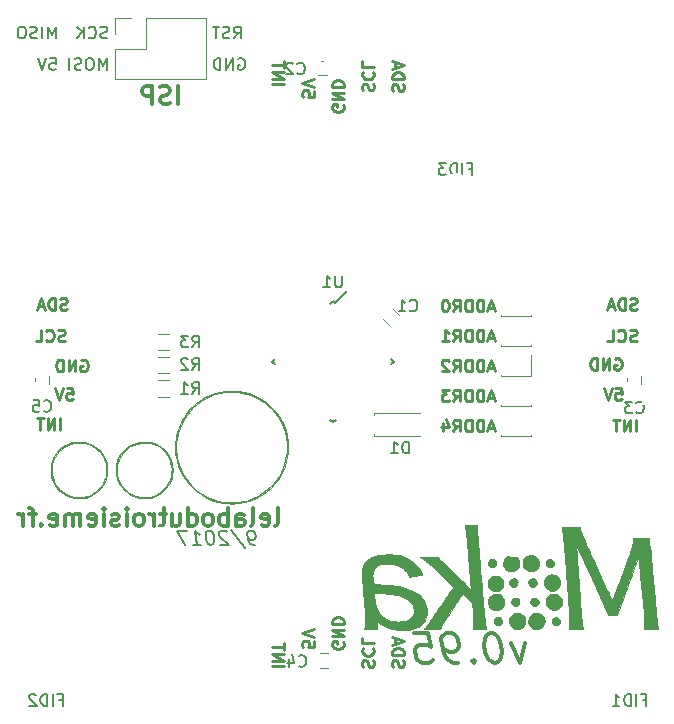
<source format=gbo>
G04 #@! TF.FileFunction,Legend,Bot*
%FSLAX46Y46*%
G04 Gerber Fmt 4.6, Leading zero omitted, Abs format (unit mm)*
G04 Created by KiCad (PCBNEW 4.0.7-e2-6376~58~ubuntu16.04.1) date Tue Sep 19 18:30:12 2017*
%MOMM*%
%LPD*%
G01*
G04 APERTURE LIST*
%ADD10C,0.100000*%
%ADD11C,0.200000*%
%ADD12C,0.300000*%
%ADD13C,0.250000*%
%ADD14C,0.120000*%
%ADD15C,0.010000*%
%ADD16C,0.150000*%
%ADD17R,1.200000X1.150000*%
%ADD18R,1.150000X1.200000*%
%ADD19C,2.540000*%
%ADD20R,2.100000X2.100000*%
%ADD21C,2.100000*%
%ADD22R,1.370000X1.670000*%
%ADD23R,4.400000X1.670000*%
%ADD24R,1.670000X4.400000*%
%ADD25C,2.600000*%
%ADD26C,3.100000*%
%ADD27R,0.900000X1.300000*%
%ADD28R,1.300000X1.600000*%
G04 APERTURE END LIST*
D10*
D11*
X21590714Y55918000D02*
X21685952Y55965619D01*
X21828809Y55965619D01*
X21971667Y55918000D01*
X22066905Y55822762D01*
X22114524Y55727524D01*
X22162143Y55537048D01*
X22162143Y55394190D01*
X22114524Y55203714D01*
X22066905Y55108476D01*
X21971667Y55013238D01*
X21828809Y54965619D01*
X21733571Y54965619D01*
X21590714Y55013238D01*
X21543095Y55060857D01*
X21543095Y55394190D01*
X21733571Y55394190D01*
X21114524Y54965619D02*
X21114524Y55965619D01*
X20543095Y54965619D01*
X20543095Y55965619D01*
X20066905Y54965619D02*
X20066905Y55965619D01*
X19828810Y55965619D01*
X19685952Y55918000D01*
X19590714Y55822762D01*
X19543095Y55727524D01*
X19495476Y55537048D01*
X19495476Y55394190D01*
X19543095Y55203714D01*
X19590714Y55108476D01*
X19685952Y55013238D01*
X19828810Y54965619D01*
X20066905Y54965619D01*
X5636714Y55965619D02*
X6112905Y55965619D01*
X6160524Y55489429D01*
X6112905Y55537048D01*
X6017667Y55584667D01*
X5779571Y55584667D01*
X5684333Y55537048D01*
X5636714Y55489429D01*
X5589095Y55394190D01*
X5589095Y55156095D01*
X5636714Y55060857D01*
X5684333Y55013238D01*
X5779571Y54965619D01*
X6017667Y54965619D01*
X6112905Y55013238D01*
X6160524Y55060857D01*
X5303381Y55965619D02*
X4970048Y54965619D01*
X4636714Y55965619D01*
X21209762Y57632619D02*
X21543096Y58108810D01*
X21781191Y57632619D02*
X21781191Y58632619D01*
X21400238Y58632619D01*
X21305000Y58585000D01*
X21257381Y58537381D01*
X21209762Y58442143D01*
X21209762Y58299286D01*
X21257381Y58204048D01*
X21305000Y58156429D01*
X21400238Y58108810D01*
X21781191Y58108810D01*
X20828810Y57680238D02*
X20685953Y57632619D01*
X20447857Y57632619D01*
X20352619Y57680238D01*
X20305000Y57727857D01*
X20257381Y57823095D01*
X20257381Y57918333D01*
X20305000Y58013571D01*
X20352619Y58061190D01*
X20447857Y58108810D01*
X20638334Y58156429D01*
X20733572Y58204048D01*
X20781191Y58251667D01*
X20828810Y58346905D01*
X20828810Y58442143D01*
X20781191Y58537381D01*
X20733572Y58585000D01*
X20638334Y58632619D01*
X20400238Y58632619D01*
X20257381Y58585000D01*
X19971667Y58632619D02*
X19400238Y58632619D01*
X19685953Y57632619D02*
X19685953Y58632619D01*
X10478524Y57680238D02*
X10335667Y57632619D01*
X10097571Y57632619D01*
X10002333Y57680238D01*
X9954714Y57727857D01*
X9907095Y57823095D01*
X9907095Y57918333D01*
X9954714Y58013571D01*
X10002333Y58061190D01*
X10097571Y58108810D01*
X10288048Y58156429D01*
X10383286Y58204048D01*
X10430905Y58251667D01*
X10478524Y58346905D01*
X10478524Y58442143D01*
X10430905Y58537381D01*
X10383286Y58585000D01*
X10288048Y58632619D01*
X10049952Y58632619D01*
X9907095Y58585000D01*
X8907095Y57727857D02*
X8954714Y57680238D01*
X9097571Y57632619D01*
X9192809Y57632619D01*
X9335667Y57680238D01*
X9430905Y57775476D01*
X9478524Y57870714D01*
X9526143Y58061190D01*
X9526143Y58204048D01*
X9478524Y58394524D01*
X9430905Y58489762D01*
X9335667Y58585000D01*
X9192809Y58632619D01*
X9097571Y58632619D01*
X8954714Y58585000D01*
X8907095Y58537381D01*
X8478524Y57632619D02*
X8478524Y58632619D01*
X7907095Y57632619D02*
X8335667Y58204048D01*
X7907095Y58632619D02*
X8478524Y58061190D01*
X6112905Y57632619D02*
X6112905Y58632619D01*
X5779571Y57918333D01*
X5446238Y58632619D01*
X5446238Y57632619D01*
X4970048Y57632619D02*
X4970048Y58632619D01*
X4541477Y57680238D02*
X4398620Y57632619D01*
X4160524Y57632619D01*
X4065286Y57680238D01*
X4017667Y57727857D01*
X3970048Y57823095D01*
X3970048Y57918333D01*
X4017667Y58013571D01*
X4065286Y58061190D01*
X4160524Y58108810D01*
X4351001Y58156429D01*
X4446239Y58204048D01*
X4493858Y58251667D01*
X4541477Y58346905D01*
X4541477Y58442143D01*
X4493858Y58537381D01*
X4446239Y58585000D01*
X4351001Y58632619D01*
X4112905Y58632619D01*
X3970048Y58585000D01*
X3351001Y58632619D02*
X3160524Y58632619D01*
X3065286Y58585000D01*
X2970048Y58489762D01*
X2922429Y58299286D01*
X2922429Y57965952D01*
X2970048Y57775476D01*
X3065286Y57680238D01*
X3160524Y57632619D01*
X3351001Y57632619D01*
X3446239Y57680238D01*
X3541477Y57775476D01*
X3589096Y57965952D01*
X3589096Y58299286D01*
X3541477Y58489762D01*
X3446239Y58585000D01*
X3351001Y58632619D01*
X10430905Y54965619D02*
X10430905Y55965619D01*
X10097571Y55251333D01*
X9764238Y55965619D01*
X9764238Y54965619D01*
X9097572Y55965619D02*
X8907095Y55965619D01*
X8811857Y55918000D01*
X8716619Y55822762D01*
X8669000Y55632286D01*
X8669000Y55298952D01*
X8716619Y55108476D01*
X8811857Y55013238D01*
X8907095Y54965619D01*
X9097572Y54965619D01*
X9192810Y55013238D01*
X9288048Y55108476D01*
X9335667Y55298952D01*
X9335667Y55632286D01*
X9288048Y55822762D01*
X9192810Y55918000D01*
X9097572Y55965619D01*
X8288048Y55013238D02*
X8145191Y54965619D01*
X7907095Y54965619D01*
X7811857Y55013238D01*
X7764238Y55060857D01*
X7716619Y55156095D01*
X7716619Y55251333D01*
X7764238Y55346571D01*
X7811857Y55394190D01*
X7907095Y55441810D01*
X8097572Y55489429D01*
X8192810Y55537048D01*
X8240429Y55584667D01*
X8288048Y55679905D01*
X8288048Y55775143D01*
X8240429Y55870381D01*
X8192810Y55918000D01*
X8097572Y55965619D01*
X7859476Y55965619D01*
X7716619Y55918000D01*
X7288048Y54965619D02*
X7288048Y55965619D01*
D12*
X16451285Y52072429D02*
X16451285Y53572429D01*
X15808428Y52143857D02*
X15594142Y52072429D01*
X15236999Y52072429D01*
X15094142Y52143857D01*
X15022713Y52215286D01*
X14951285Y52358143D01*
X14951285Y52501000D01*
X15022713Y52643857D01*
X15094142Y52715286D01*
X15236999Y52786714D01*
X15522713Y52858143D01*
X15665571Y52929571D01*
X15736999Y53001000D01*
X15808428Y53143857D01*
X15808428Y53286714D01*
X15736999Y53429571D01*
X15665571Y53501000D01*
X15522713Y53572429D01*
X15165571Y53572429D01*
X14951285Y53501000D01*
X14308428Y52072429D02*
X14308428Y53572429D01*
X13737000Y53572429D01*
X13594142Y53501000D01*
X13522714Y53429571D01*
X13451285Y53286714D01*
X13451285Y53072429D01*
X13522714Y52929571D01*
X13594142Y52858143D01*
X13737000Y52786714D01*
X14308428Y52786714D01*
X45843940Y6423714D02*
X45457035Y4757048D01*
X44653464Y6423714D01*
X43120725Y7257048D02*
X42882630Y7257048D01*
X42659416Y7138000D01*
X42555249Y7018952D01*
X42465964Y6780857D01*
X42406440Y6304667D01*
X42480844Y5709429D01*
X42659416Y5233238D01*
X42808225Y4995143D01*
X42942154Y4876095D01*
X43195130Y4757048D01*
X43433225Y4757048D01*
X43656440Y4876095D01*
X43760606Y4995143D01*
X43849892Y5233238D01*
X43909416Y5709429D01*
X43835012Y6304667D01*
X43656440Y6780857D01*
X43507630Y7018952D01*
X43373702Y7138000D01*
X43120725Y7257048D01*
X41498702Y4995143D02*
X41394535Y4876095D01*
X41528464Y4757048D01*
X41632631Y4876095D01*
X41498702Y4995143D01*
X41528464Y4757048D01*
X40218940Y4757048D02*
X39742750Y4757048D01*
X39489774Y4876095D01*
X39355845Y4995143D01*
X39073107Y5352286D01*
X38894535Y5828476D01*
X38775488Y6780857D01*
X38864774Y7018952D01*
X38968940Y7138000D01*
X39192155Y7257048D01*
X39668345Y7257048D01*
X39921321Y7138000D01*
X40055250Y7018952D01*
X40204060Y6780857D01*
X40278465Y6185619D01*
X40189178Y5947524D01*
X40085011Y5828476D01*
X39861797Y5709429D01*
X39385607Y5709429D01*
X39132630Y5828476D01*
X38998702Y5947524D01*
X38849893Y6185619D01*
X36454060Y7257048D02*
X37644536Y7257048D01*
X37912394Y6066571D01*
X37778465Y6185619D01*
X37525489Y6304667D01*
X36930251Y6304667D01*
X36707036Y6185619D01*
X36602870Y6066571D01*
X36513583Y5828476D01*
X36587988Y5233238D01*
X36736798Y4995143D01*
X36870726Y4876095D01*
X37123703Y4757048D01*
X37718941Y4757048D01*
X37942155Y4876095D01*
X38046322Y4995143D01*
D11*
X23023714Y14743143D02*
X22795142Y14743143D01*
X22673714Y14800286D01*
X22609428Y14857429D01*
X22473714Y15028857D01*
X22387999Y15257429D01*
X22330857Y15714571D01*
X22373714Y15828857D01*
X22423714Y15886000D01*
X22530857Y15943143D01*
X22759428Y15943143D01*
X22880857Y15886000D01*
X22945143Y15828857D01*
X23016572Y15714571D01*
X23052286Y15428857D01*
X23009429Y15314571D01*
X22959428Y15257429D01*
X22852285Y15200286D01*
X22623714Y15200286D01*
X22502285Y15257429D01*
X22438000Y15314571D01*
X22366571Y15428857D01*
X20923714Y16000286D02*
X22145142Y14457429D01*
X20602286Y15828857D02*
X20538000Y15886000D01*
X20416571Y15943143D01*
X20130857Y15943143D01*
X20023714Y15886000D01*
X19973714Y15828857D01*
X19930857Y15714571D01*
X19945142Y15600286D01*
X20023714Y15428857D01*
X20795142Y14743143D01*
X20052285Y14743143D01*
X19159428Y15943143D02*
X19045143Y15943143D01*
X18938000Y15886000D01*
X18888000Y15828857D01*
X18845143Y15714571D01*
X18816571Y15486000D01*
X18852285Y15200286D01*
X18938000Y14971714D01*
X19009428Y14857429D01*
X19073714Y14800286D01*
X19195143Y14743143D01*
X19309428Y14743143D01*
X19416571Y14800286D01*
X19466571Y14857429D01*
X19509429Y14971714D01*
X19538000Y15200286D01*
X19502286Y15486000D01*
X19416572Y15714571D01*
X19345143Y15828857D01*
X19280857Y15886000D01*
X19159428Y15943143D01*
X17766571Y14743143D02*
X18452286Y14743143D01*
X18109428Y14743143D02*
X17959428Y15943143D01*
X18095143Y15771714D01*
X18223714Y15657429D01*
X18345143Y15600286D01*
X17216571Y15943143D02*
X16416571Y15943143D01*
X17080857Y14743143D01*
D12*
X24702571Y16385429D02*
X24845429Y16456857D01*
X24916857Y16599714D01*
X24916857Y17885429D01*
X23559715Y16456857D02*
X23702572Y16385429D01*
X23988286Y16385429D01*
X24131143Y16456857D01*
X24202572Y16599714D01*
X24202572Y17171143D01*
X24131143Y17314000D01*
X23988286Y17385429D01*
X23702572Y17385429D01*
X23559715Y17314000D01*
X23488286Y17171143D01*
X23488286Y17028286D01*
X24202572Y16885429D01*
X22631143Y16385429D02*
X22774001Y16456857D01*
X22845429Y16599714D01*
X22845429Y17885429D01*
X21416858Y16385429D02*
X21416858Y17171143D01*
X21488287Y17314000D01*
X21631144Y17385429D01*
X21916858Y17385429D01*
X22059715Y17314000D01*
X21416858Y16456857D02*
X21559715Y16385429D01*
X21916858Y16385429D01*
X22059715Y16456857D01*
X22131144Y16599714D01*
X22131144Y16742571D01*
X22059715Y16885429D01*
X21916858Y16956857D01*
X21559715Y16956857D01*
X21416858Y17028286D01*
X20702572Y16385429D02*
X20702572Y17885429D01*
X20702572Y17314000D02*
X20559715Y17385429D01*
X20274001Y17385429D01*
X20131144Y17314000D01*
X20059715Y17242571D01*
X19988286Y17099714D01*
X19988286Y16671143D01*
X20059715Y16528286D01*
X20131144Y16456857D01*
X20274001Y16385429D01*
X20559715Y16385429D01*
X20702572Y16456857D01*
X19131143Y16385429D02*
X19274001Y16456857D01*
X19345429Y16528286D01*
X19416858Y16671143D01*
X19416858Y17099714D01*
X19345429Y17242571D01*
X19274001Y17314000D01*
X19131143Y17385429D01*
X18916858Y17385429D01*
X18774001Y17314000D01*
X18702572Y17242571D01*
X18631143Y17099714D01*
X18631143Y16671143D01*
X18702572Y16528286D01*
X18774001Y16456857D01*
X18916858Y16385429D01*
X19131143Y16385429D01*
X17345429Y16385429D02*
X17345429Y17885429D01*
X17345429Y16456857D02*
X17488286Y16385429D01*
X17774000Y16385429D01*
X17916858Y16456857D01*
X17988286Y16528286D01*
X18059715Y16671143D01*
X18059715Y17099714D01*
X17988286Y17242571D01*
X17916858Y17314000D01*
X17774000Y17385429D01*
X17488286Y17385429D01*
X17345429Y17314000D01*
X15988286Y17385429D02*
X15988286Y16385429D01*
X16631143Y17385429D02*
X16631143Y16599714D01*
X16559715Y16456857D01*
X16416857Y16385429D01*
X16202572Y16385429D01*
X16059715Y16456857D01*
X15988286Y16528286D01*
X15488286Y17385429D02*
X14916857Y17385429D01*
X15274000Y17885429D02*
X15274000Y16599714D01*
X15202572Y16456857D01*
X15059714Y16385429D01*
X14916857Y16385429D01*
X14416857Y16385429D02*
X14416857Y17385429D01*
X14416857Y17099714D02*
X14345429Y17242571D01*
X14274000Y17314000D01*
X14131143Y17385429D01*
X13988286Y17385429D01*
X13274000Y16385429D02*
X13416858Y16456857D01*
X13488286Y16528286D01*
X13559715Y16671143D01*
X13559715Y17099714D01*
X13488286Y17242571D01*
X13416858Y17314000D01*
X13274000Y17385429D01*
X13059715Y17385429D01*
X12916858Y17314000D01*
X12845429Y17242571D01*
X12774000Y17099714D01*
X12774000Y16671143D01*
X12845429Y16528286D01*
X12916858Y16456857D01*
X13059715Y16385429D01*
X13274000Y16385429D01*
X12131143Y16385429D02*
X12131143Y17385429D01*
X12131143Y17885429D02*
X12202572Y17814000D01*
X12131143Y17742571D01*
X12059715Y17814000D01*
X12131143Y17885429D01*
X12131143Y17742571D01*
X11488286Y16456857D02*
X11345429Y16385429D01*
X11059714Y16385429D01*
X10916857Y16456857D01*
X10845429Y16599714D01*
X10845429Y16671143D01*
X10916857Y16814000D01*
X11059714Y16885429D01*
X11274000Y16885429D01*
X11416857Y16956857D01*
X11488286Y17099714D01*
X11488286Y17171143D01*
X11416857Y17314000D01*
X11274000Y17385429D01*
X11059714Y17385429D01*
X10916857Y17314000D01*
X10202571Y16385429D02*
X10202571Y17385429D01*
X10202571Y17885429D02*
X10274000Y17814000D01*
X10202571Y17742571D01*
X10131143Y17814000D01*
X10202571Y17885429D01*
X10202571Y17742571D01*
X8916857Y16456857D02*
X9059714Y16385429D01*
X9345428Y16385429D01*
X9488285Y16456857D01*
X9559714Y16599714D01*
X9559714Y17171143D01*
X9488285Y17314000D01*
X9345428Y17385429D01*
X9059714Y17385429D01*
X8916857Y17314000D01*
X8845428Y17171143D01*
X8845428Y17028286D01*
X9559714Y16885429D01*
X8202571Y16385429D02*
X8202571Y17385429D01*
X8202571Y17242571D02*
X8131143Y17314000D01*
X7988285Y17385429D01*
X7774000Y17385429D01*
X7631143Y17314000D01*
X7559714Y17171143D01*
X7559714Y16385429D01*
X7559714Y17171143D02*
X7488285Y17314000D01*
X7345428Y17385429D01*
X7131143Y17385429D01*
X6988285Y17314000D01*
X6916857Y17171143D01*
X6916857Y16385429D01*
X5631143Y16456857D02*
X5774000Y16385429D01*
X6059714Y16385429D01*
X6202571Y16456857D01*
X6274000Y16599714D01*
X6274000Y17171143D01*
X6202571Y17314000D01*
X6059714Y17385429D01*
X5774000Y17385429D01*
X5631143Y17314000D01*
X5559714Y17171143D01*
X5559714Y17028286D01*
X6274000Y16885429D01*
X4916857Y16528286D02*
X4845429Y16456857D01*
X4916857Y16385429D01*
X4988286Y16456857D01*
X4916857Y16528286D01*
X4916857Y16385429D01*
X4416857Y17385429D02*
X3845428Y17385429D01*
X4202571Y16385429D02*
X4202571Y17671143D01*
X4131143Y17814000D01*
X3988285Y17885429D01*
X3845428Y17885429D01*
X3345428Y16385429D02*
X3345428Y17385429D01*
X3345428Y17099714D02*
X3274000Y17242571D01*
X3202571Y17314000D01*
X3059714Y17385429D01*
X2916857Y17385429D01*
D13*
X43244524Y29724333D02*
X42768333Y29724333D01*
X43339762Y29438619D02*
X43006429Y30438619D01*
X42673095Y29438619D01*
X42339762Y29438619D02*
X42339762Y30438619D01*
X42101667Y30438619D01*
X41958809Y30391000D01*
X41863571Y30295762D01*
X41815952Y30200524D01*
X41768333Y30010048D01*
X41768333Y29867190D01*
X41815952Y29676714D01*
X41863571Y29581476D01*
X41958809Y29486238D01*
X42101667Y29438619D01*
X42339762Y29438619D01*
X41339762Y29438619D02*
X41339762Y30438619D01*
X41101667Y30438619D01*
X40958809Y30391000D01*
X40863571Y30295762D01*
X40815952Y30200524D01*
X40768333Y30010048D01*
X40768333Y29867190D01*
X40815952Y29676714D01*
X40863571Y29581476D01*
X40958809Y29486238D01*
X41101667Y29438619D01*
X41339762Y29438619D01*
X39768333Y29438619D02*
X40101667Y29914810D01*
X40339762Y29438619D02*
X40339762Y30438619D01*
X39958809Y30438619D01*
X39863571Y30391000D01*
X39815952Y30343381D01*
X39768333Y30248143D01*
X39768333Y30105286D01*
X39815952Y30010048D01*
X39863571Y29962429D01*
X39958809Y29914810D01*
X40339762Y29914810D01*
X39387381Y30343381D02*
X39339762Y30391000D01*
X39244524Y30438619D01*
X39006428Y30438619D01*
X38911190Y30391000D01*
X38863571Y30343381D01*
X38815952Y30248143D01*
X38815952Y30152905D01*
X38863571Y30010048D01*
X39435000Y29438619D01*
X38815952Y29438619D01*
X43244524Y24644333D02*
X42768333Y24644333D01*
X43339762Y24358619D02*
X43006429Y25358619D01*
X42673095Y24358619D01*
X42339762Y24358619D02*
X42339762Y25358619D01*
X42101667Y25358619D01*
X41958809Y25311000D01*
X41863571Y25215762D01*
X41815952Y25120524D01*
X41768333Y24930048D01*
X41768333Y24787190D01*
X41815952Y24596714D01*
X41863571Y24501476D01*
X41958809Y24406238D01*
X42101667Y24358619D01*
X42339762Y24358619D01*
X41339762Y24358619D02*
X41339762Y25358619D01*
X41101667Y25358619D01*
X40958809Y25311000D01*
X40863571Y25215762D01*
X40815952Y25120524D01*
X40768333Y24930048D01*
X40768333Y24787190D01*
X40815952Y24596714D01*
X40863571Y24501476D01*
X40958809Y24406238D01*
X41101667Y24358619D01*
X41339762Y24358619D01*
X39768333Y24358619D02*
X40101667Y24834810D01*
X40339762Y24358619D02*
X40339762Y25358619D01*
X39958809Y25358619D01*
X39863571Y25311000D01*
X39815952Y25263381D01*
X39768333Y25168143D01*
X39768333Y25025286D01*
X39815952Y24930048D01*
X39863571Y24882429D01*
X39958809Y24834810D01*
X40339762Y24834810D01*
X38911190Y25025286D02*
X38911190Y24358619D01*
X39149286Y25406238D02*
X39387381Y24691952D01*
X38768333Y24691952D01*
X43244524Y27184333D02*
X42768333Y27184333D01*
X43339762Y26898619D02*
X43006429Y27898619D01*
X42673095Y26898619D01*
X42339762Y26898619D02*
X42339762Y27898619D01*
X42101667Y27898619D01*
X41958809Y27851000D01*
X41863571Y27755762D01*
X41815952Y27660524D01*
X41768333Y27470048D01*
X41768333Y27327190D01*
X41815952Y27136714D01*
X41863571Y27041476D01*
X41958809Y26946238D01*
X42101667Y26898619D01*
X42339762Y26898619D01*
X41339762Y26898619D02*
X41339762Y27898619D01*
X41101667Y27898619D01*
X40958809Y27851000D01*
X40863571Y27755762D01*
X40815952Y27660524D01*
X40768333Y27470048D01*
X40768333Y27327190D01*
X40815952Y27136714D01*
X40863571Y27041476D01*
X40958809Y26946238D01*
X41101667Y26898619D01*
X41339762Y26898619D01*
X39768333Y26898619D02*
X40101667Y27374810D01*
X40339762Y26898619D02*
X40339762Y27898619D01*
X39958809Y27898619D01*
X39863571Y27851000D01*
X39815952Y27803381D01*
X39768333Y27708143D01*
X39768333Y27565286D01*
X39815952Y27470048D01*
X39863571Y27422429D01*
X39958809Y27374810D01*
X40339762Y27374810D01*
X39435000Y27898619D02*
X38815952Y27898619D01*
X39149286Y27517667D01*
X39006428Y27517667D01*
X38911190Y27470048D01*
X38863571Y27422429D01*
X38815952Y27327190D01*
X38815952Y27089095D01*
X38863571Y26993857D01*
X38911190Y26946238D01*
X39006428Y26898619D01*
X39292143Y26898619D01*
X39387381Y26946238D01*
X39435000Y26993857D01*
X43244524Y32264333D02*
X42768333Y32264333D01*
X43339762Y31978619D02*
X43006429Y32978619D01*
X42673095Y31978619D01*
X42339762Y31978619D02*
X42339762Y32978619D01*
X42101667Y32978619D01*
X41958809Y32931000D01*
X41863571Y32835762D01*
X41815952Y32740524D01*
X41768333Y32550048D01*
X41768333Y32407190D01*
X41815952Y32216714D01*
X41863571Y32121476D01*
X41958809Y32026238D01*
X42101667Y31978619D01*
X42339762Y31978619D01*
X41339762Y31978619D02*
X41339762Y32978619D01*
X41101667Y32978619D01*
X40958809Y32931000D01*
X40863571Y32835762D01*
X40815952Y32740524D01*
X40768333Y32550048D01*
X40768333Y32407190D01*
X40815952Y32216714D01*
X40863571Y32121476D01*
X40958809Y32026238D01*
X41101667Y31978619D01*
X41339762Y31978619D01*
X39768333Y31978619D02*
X40101667Y32454810D01*
X40339762Y31978619D02*
X40339762Y32978619D01*
X39958809Y32978619D01*
X39863571Y32931000D01*
X39815952Y32883381D01*
X39768333Y32788143D01*
X39768333Y32645286D01*
X39815952Y32550048D01*
X39863571Y32502429D01*
X39958809Y32454810D01*
X40339762Y32454810D01*
X38815952Y31978619D02*
X39387381Y31978619D01*
X39101667Y31978619D02*
X39101667Y32978619D01*
X39196905Y32835762D01*
X39292143Y32740524D01*
X39387381Y32692905D01*
X43244524Y34804333D02*
X42768333Y34804333D01*
X43339762Y34518619D02*
X43006429Y35518619D01*
X42673095Y34518619D01*
X42339762Y34518619D02*
X42339762Y35518619D01*
X42101667Y35518619D01*
X41958809Y35471000D01*
X41863571Y35375762D01*
X41815952Y35280524D01*
X41768333Y35090048D01*
X41768333Y34947190D01*
X41815952Y34756714D01*
X41863571Y34661476D01*
X41958809Y34566238D01*
X42101667Y34518619D01*
X42339762Y34518619D01*
X41339762Y34518619D02*
X41339762Y35518619D01*
X41101667Y35518619D01*
X40958809Y35471000D01*
X40863571Y35375762D01*
X40815952Y35280524D01*
X40768333Y35090048D01*
X40768333Y34947190D01*
X40815952Y34756714D01*
X40863571Y34661476D01*
X40958809Y34566238D01*
X41101667Y34518619D01*
X41339762Y34518619D01*
X39768333Y34518619D02*
X40101667Y34994810D01*
X40339762Y34518619D02*
X40339762Y35518619D01*
X39958809Y35518619D01*
X39863571Y35471000D01*
X39815952Y35423381D01*
X39768333Y35328143D01*
X39768333Y35185286D01*
X39815952Y35090048D01*
X39863571Y35042429D01*
X39958809Y34994810D01*
X40339762Y34994810D01*
X39149286Y35518619D02*
X39054047Y35518619D01*
X38958809Y35471000D01*
X38911190Y35423381D01*
X38863571Y35328143D01*
X38815952Y35137667D01*
X38815952Y34899571D01*
X38863571Y34709095D01*
X38911190Y34613857D01*
X38958809Y34566238D01*
X39054047Y34518619D01*
X39149286Y34518619D01*
X39244524Y34566238D01*
X39292143Y34613857D01*
X39339762Y34709095D01*
X39387381Y34899571D01*
X39387381Y35137667D01*
X39339762Y35328143D01*
X39292143Y35423381D01*
X39244524Y35471000D01*
X39149286Y35518619D01*
X24440619Y53751381D02*
X25440619Y53751381D01*
X24440619Y54227571D02*
X25440619Y54227571D01*
X24440619Y54799000D01*
X25440619Y54799000D01*
X25440619Y55132333D02*
X25440619Y55703762D01*
X24440619Y55418047D02*
X25440619Y55418047D01*
X27980619Y53179762D02*
X27980619Y52703571D01*
X27504429Y52655952D01*
X27552048Y52703571D01*
X27599667Y52798809D01*
X27599667Y53036905D01*
X27552048Y53132143D01*
X27504429Y53179762D01*
X27409190Y53227381D01*
X27171095Y53227381D01*
X27075857Y53179762D01*
X27028238Y53132143D01*
X26980619Y53036905D01*
X26980619Y52798809D01*
X27028238Y52703571D01*
X27075857Y52655952D01*
X27980619Y53513095D02*
X26980619Y53846428D01*
X27980619Y54179762D01*
X34648238Y53179952D02*
X34600619Y53322809D01*
X34600619Y53560905D01*
X34648238Y53656143D01*
X34695857Y53703762D01*
X34791095Y53751381D01*
X34886333Y53751381D01*
X34981571Y53703762D01*
X35029190Y53656143D01*
X35076810Y53560905D01*
X35124429Y53370428D01*
X35172048Y53275190D01*
X35219667Y53227571D01*
X35314905Y53179952D01*
X35410143Y53179952D01*
X35505381Y53227571D01*
X35553000Y53275190D01*
X35600619Y53370428D01*
X35600619Y53608524D01*
X35553000Y53751381D01*
X34600619Y54179952D02*
X35600619Y54179952D01*
X35600619Y54418047D01*
X35553000Y54560905D01*
X35457762Y54656143D01*
X35362524Y54703762D01*
X35172048Y54751381D01*
X35029190Y54751381D01*
X34838714Y54703762D01*
X34743476Y54656143D01*
X34648238Y54560905D01*
X34600619Y54418047D01*
X34600619Y54179952D01*
X34886333Y55132333D02*
X34886333Y55608524D01*
X34600619Y55037095D02*
X35600619Y55370428D01*
X34600619Y55703762D01*
X32108238Y53227571D02*
X32060619Y53370428D01*
X32060619Y53608524D01*
X32108238Y53703762D01*
X32155857Y53751381D01*
X32251095Y53799000D01*
X32346333Y53799000D01*
X32441571Y53751381D01*
X32489190Y53703762D01*
X32536810Y53608524D01*
X32584429Y53418047D01*
X32632048Y53322809D01*
X32679667Y53275190D01*
X32774905Y53227571D01*
X32870143Y53227571D01*
X32965381Y53275190D01*
X33013000Y53322809D01*
X33060619Y53418047D01*
X33060619Y53656143D01*
X33013000Y53799000D01*
X32155857Y54799000D02*
X32108238Y54751381D01*
X32060619Y54608524D01*
X32060619Y54513286D01*
X32108238Y54370428D01*
X32203476Y54275190D01*
X32298714Y54227571D01*
X32489190Y54179952D01*
X32632048Y54179952D01*
X32822524Y54227571D01*
X32917762Y54275190D01*
X33013000Y54370428D01*
X33060619Y54513286D01*
X33060619Y54608524D01*
X33013000Y54751381D01*
X32965381Y54799000D01*
X32060619Y55703762D02*
X32060619Y55227571D01*
X33060619Y55227571D01*
X30473000Y51989286D02*
X30520619Y51894048D01*
X30520619Y51751191D01*
X30473000Y51608333D01*
X30377762Y51513095D01*
X30282524Y51465476D01*
X30092048Y51417857D01*
X29949190Y51417857D01*
X29758714Y51465476D01*
X29663476Y51513095D01*
X29568238Y51608333D01*
X29520619Y51751191D01*
X29520619Y51846429D01*
X29568238Y51989286D01*
X29615857Y52036905D01*
X29949190Y52036905D01*
X29949190Y51846429D01*
X29520619Y52465476D02*
X30520619Y52465476D01*
X29520619Y53036905D01*
X30520619Y53036905D01*
X29520619Y53513095D02*
X30520619Y53513095D01*
X30520619Y53751190D01*
X30473000Y53894048D01*
X30377762Y53989286D01*
X30282524Y54036905D01*
X30092048Y54084524D01*
X29949190Y54084524D01*
X29758714Y54036905D01*
X29663476Y53989286D01*
X29568238Y53894048D01*
X29520619Y53751190D01*
X29520619Y53513095D01*
X32108238Y4427476D02*
X32060619Y4570333D01*
X32060619Y4808429D01*
X32108238Y4903667D01*
X32155857Y4951286D01*
X32251095Y4998905D01*
X32346333Y4998905D01*
X32441571Y4951286D01*
X32489190Y4903667D01*
X32536810Y4808429D01*
X32584429Y4617952D01*
X32632048Y4522714D01*
X32679667Y4475095D01*
X32774905Y4427476D01*
X32870143Y4427476D01*
X32965381Y4475095D01*
X33013000Y4522714D01*
X33060619Y4617952D01*
X33060619Y4856048D01*
X33013000Y4998905D01*
X32155857Y5998905D02*
X32108238Y5951286D01*
X32060619Y5808429D01*
X32060619Y5713191D01*
X32108238Y5570333D01*
X32203476Y5475095D01*
X32298714Y5427476D01*
X32489190Y5379857D01*
X32632048Y5379857D01*
X32822524Y5427476D01*
X32917762Y5475095D01*
X33013000Y5570333D01*
X33060619Y5713191D01*
X33060619Y5808429D01*
X33013000Y5951286D01*
X32965381Y5998905D01*
X32060619Y6903667D02*
X32060619Y6427476D01*
X33060619Y6427476D01*
X27980619Y6602286D02*
X27980619Y6126095D01*
X27504429Y6078476D01*
X27552048Y6126095D01*
X27599667Y6221333D01*
X27599667Y6459429D01*
X27552048Y6554667D01*
X27504429Y6602286D01*
X27409190Y6649905D01*
X27171095Y6649905D01*
X27075857Y6602286D01*
X27028238Y6554667D01*
X26980619Y6459429D01*
X26980619Y6221333D01*
X27028238Y6126095D01*
X27075857Y6078476D01*
X27980619Y6935619D02*
X26980619Y7268952D01*
X27980619Y7602286D01*
X30473000Y6522905D02*
X30520619Y6427667D01*
X30520619Y6284810D01*
X30473000Y6141952D01*
X30377762Y6046714D01*
X30282524Y5999095D01*
X30092048Y5951476D01*
X29949190Y5951476D01*
X29758714Y5999095D01*
X29663476Y6046714D01*
X29568238Y6141952D01*
X29520619Y6284810D01*
X29520619Y6380048D01*
X29568238Y6522905D01*
X29615857Y6570524D01*
X29949190Y6570524D01*
X29949190Y6380048D01*
X29520619Y6999095D02*
X30520619Y6999095D01*
X29520619Y7570524D01*
X30520619Y7570524D01*
X29520619Y8046714D02*
X30520619Y8046714D01*
X30520619Y8284809D01*
X30473000Y8427667D01*
X30377762Y8522905D01*
X30282524Y8570524D01*
X30092048Y8618143D01*
X29949190Y8618143D01*
X29758714Y8570524D01*
X29663476Y8522905D01*
X29568238Y8427667D01*
X29520619Y8284809D01*
X29520619Y8046714D01*
X24440619Y4475095D02*
X25440619Y4475095D01*
X24440619Y4951285D02*
X25440619Y4951285D01*
X24440619Y5522714D01*
X25440619Y5522714D01*
X25440619Y5856047D02*
X25440619Y6427476D01*
X24440619Y6141761D02*
X25440619Y6141761D01*
X34648238Y4427476D02*
X34600619Y4570333D01*
X34600619Y4808429D01*
X34648238Y4903667D01*
X34695857Y4951286D01*
X34791095Y4998905D01*
X34886333Y4998905D01*
X34981571Y4951286D01*
X35029190Y4903667D01*
X35076810Y4808429D01*
X35124429Y4617952D01*
X35172048Y4522714D01*
X35219667Y4475095D01*
X35314905Y4427476D01*
X35410143Y4427476D01*
X35505381Y4475095D01*
X35553000Y4522714D01*
X35600619Y4617952D01*
X35600619Y4856048D01*
X35553000Y4998905D01*
X34600619Y5427476D02*
X35600619Y5427476D01*
X35600619Y5665571D01*
X35553000Y5808429D01*
X35457762Y5903667D01*
X35362524Y5951286D01*
X35172048Y5998905D01*
X35029190Y5998905D01*
X34838714Y5951286D01*
X34743476Y5903667D01*
X34648238Y5808429D01*
X34600619Y5665571D01*
X34600619Y5427476D01*
X34886333Y6379857D02*
X34886333Y6856048D01*
X34600619Y6284619D02*
X35600619Y6617952D01*
X34600619Y6951286D01*
X55261905Y24358619D02*
X55261905Y25358619D01*
X54785715Y24358619D02*
X54785715Y25358619D01*
X54214286Y24358619D01*
X54214286Y25358619D01*
X53880953Y25358619D02*
X53309524Y25358619D01*
X53595239Y24358619D02*
X53595239Y25358619D01*
X53515714Y28025619D02*
X53991905Y28025619D01*
X54039524Y27549429D01*
X53991905Y27597048D01*
X53896667Y27644667D01*
X53658571Y27644667D01*
X53563333Y27597048D01*
X53515714Y27549429D01*
X53468095Y27454190D01*
X53468095Y27216095D01*
X53515714Y27120857D01*
X53563333Y27073238D01*
X53658571Y27025619D01*
X53896667Y27025619D01*
X53991905Y27073238D01*
X54039524Y27120857D01*
X53182381Y28025619D02*
X52849048Y27025619D01*
X52515714Y28025619D01*
X53468095Y30518000D02*
X53563333Y30565619D01*
X53706190Y30565619D01*
X53849048Y30518000D01*
X53944286Y30422762D01*
X53991905Y30327524D01*
X54039524Y30137048D01*
X54039524Y29994190D01*
X53991905Y29803714D01*
X53944286Y29708476D01*
X53849048Y29613238D01*
X53706190Y29565619D01*
X53610952Y29565619D01*
X53468095Y29613238D01*
X53420476Y29660857D01*
X53420476Y29994190D01*
X53610952Y29994190D01*
X52991905Y29565619D02*
X52991905Y30565619D01*
X52420476Y29565619D01*
X52420476Y30565619D01*
X51944286Y29565619D02*
X51944286Y30565619D01*
X51706191Y30565619D01*
X51563333Y30518000D01*
X51468095Y30422762D01*
X51420476Y30327524D01*
X51372857Y30137048D01*
X51372857Y29994190D01*
X51420476Y29803714D01*
X51468095Y29708476D01*
X51563333Y29613238D01*
X51706191Y29565619D01*
X51944286Y29565619D01*
X55309524Y32026238D02*
X55166667Y31978619D01*
X54928571Y31978619D01*
X54833333Y32026238D01*
X54785714Y32073857D01*
X54738095Y32169095D01*
X54738095Y32264333D01*
X54785714Y32359571D01*
X54833333Y32407190D01*
X54928571Y32454810D01*
X55119048Y32502429D01*
X55214286Y32550048D01*
X55261905Y32597667D01*
X55309524Y32692905D01*
X55309524Y32788143D01*
X55261905Y32883381D01*
X55214286Y32931000D01*
X55119048Y32978619D01*
X54880952Y32978619D01*
X54738095Y32931000D01*
X53738095Y32073857D02*
X53785714Y32026238D01*
X53928571Y31978619D01*
X54023809Y31978619D01*
X54166667Y32026238D01*
X54261905Y32121476D01*
X54309524Y32216714D01*
X54357143Y32407190D01*
X54357143Y32550048D01*
X54309524Y32740524D01*
X54261905Y32835762D01*
X54166667Y32931000D01*
X54023809Y32978619D01*
X53928571Y32978619D01*
X53785714Y32931000D01*
X53738095Y32883381D01*
X52833333Y31978619D02*
X53309524Y31978619D01*
X53309524Y32978619D01*
X55309524Y34693238D02*
X55166667Y34645619D01*
X54928571Y34645619D01*
X54833333Y34693238D01*
X54785714Y34740857D01*
X54738095Y34836095D01*
X54738095Y34931333D01*
X54785714Y35026571D01*
X54833333Y35074190D01*
X54928571Y35121810D01*
X55119048Y35169429D01*
X55214286Y35217048D01*
X55261905Y35264667D01*
X55309524Y35359905D01*
X55309524Y35455143D01*
X55261905Y35550381D01*
X55214286Y35598000D01*
X55119048Y35645619D01*
X54880952Y35645619D01*
X54738095Y35598000D01*
X54309524Y34645619D02*
X54309524Y35645619D01*
X54071429Y35645619D01*
X53928571Y35598000D01*
X53833333Y35502762D01*
X53785714Y35407524D01*
X53738095Y35217048D01*
X53738095Y35074190D01*
X53785714Y34883714D01*
X53833333Y34788476D01*
X53928571Y34693238D01*
X54071429Y34645619D01*
X54309524Y34645619D01*
X53357143Y34931333D02*
X52880952Y34931333D01*
X53452381Y34645619D02*
X53119048Y35645619D01*
X52785714Y34645619D01*
X6890429Y32026238D02*
X6747572Y31978619D01*
X6509476Y31978619D01*
X6414238Y32026238D01*
X6366619Y32073857D01*
X6319000Y32169095D01*
X6319000Y32264333D01*
X6366619Y32359571D01*
X6414238Y32407190D01*
X6509476Y32454810D01*
X6699953Y32502429D01*
X6795191Y32550048D01*
X6842810Y32597667D01*
X6890429Y32692905D01*
X6890429Y32788143D01*
X6842810Y32883381D01*
X6795191Y32931000D01*
X6699953Y32978619D01*
X6461857Y32978619D01*
X6319000Y32931000D01*
X5319000Y32073857D02*
X5366619Y32026238D01*
X5509476Y31978619D01*
X5604714Y31978619D01*
X5747572Y32026238D01*
X5842810Y32121476D01*
X5890429Y32216714D01*
X5938048Y32407190D01*
X5938048Y32550048D01*
X5890429Y32740524D01*
X5842810Y32835762D01*
X5747572Y32931000D01*
X5604714Y32978619D01*
X5509476Y32978619D01*
X5366619Y32931000D01*
X5319000Y32883381D01*
X4414238Y31978619D02*
X4890429Y31978619D01*
X4890429Y32978619D01*
X6493619Y24485619D02*
X6493619Y25485619D01*
X6017429Y24485619D02*
X6017429Y25485619D01*
X5446000Y24485619D01*
X5446000Y25485619D01*
X5112667Y25485619D02*
X4541238Y25485619D01*
X4826953Y24485619D02*
X4826953Y25485619D01*
X7065238Y28025619D02*
X7541429Y28025619D01*
X7589048Y27549429D01*
X7541429Y27597048D01*
X7446191Y27644667D01*
X7208095Y27644667D01*
X7112857Y27597048D01*
X7065238Y27549429D01*
X7017619Y27454190D01*
X7017619Y27216095D01*
X7065238Y27120857D01*
X7112857Y27073238D01*
X7208095Y27025619D01*
X7446191Y27025619D01*
X7541429Y27073238D01*
X7589048Y27120857D01*
X6731905Y28025619D02*
X6398572Y27025619D01*
X6065238Y28025619D01*
X8255714Y30391000D02*
X8350952Y30438619D01*
X8493809Y30438619D01*
X8636667Y30391000D01*
X8731905Y30295762D01*
X8779524Y30200524D01*
X8827143Y30010048D01*
X8827143Y29867190D01*
X8779524Y29676714D01*
X8731905Y29581476D01*
X8636667Y29486238D01*
X8493809Y29438619D01*
X8398571Y29438619D01*
X8255714Y29486238D01*
X8208095Y29533857D01*
X8208095Y29867190D01*
X8398571Y29867190D01*
X7779524Y29438619D02*
X7779524Y30438619D01*
X7208095Y29438619D01*
X7208095Y30438619D01*
X6731905Y29438619D02*
X6731905Y30438619D01*
X6493810Y30438619D01*
X6350952Y30391000D01*
X6255714Y30295762D01*
X6208095Y30200524D01*
X6160476Y30010048D01*
X6160476Y29867190D01*
X6208095Y29676714D01*
X6255714Y29581476D01*
X6350952Y29486238D01*
X6493810Y29438619D01*
X6731905Y29438619D01*
X7065048Y34693238D02*
X6922191Y34645619D01*
X6684095Y34645619D01*
X6588857Y34693238D01*
X6541238Y34740857D01*
X6493619Y34836095D01*
X6493619Y34931333D01*
X6541238Y35026571D01*
X6588857Y35074190D01*
X6684095Y35121810D01*
X6874572Y35169429D01*
X6969810Y35217048D01*
X7017429Y35264667D01*
X7065048Y35359905D01*
X7065048Y35455143D01*
X7017429Y35550381D01*
X6969810Y35598000D01*
X6874572Y35645619D01*
X6636476Y35645619D01*
X6493619Y35598000D01*
X6065048Y34645619D02*
X6065048Y35645619D01*
X5826953Y35645619D01*
X5684095Y35598000D01*
X5588857Y35502762D01*
X5541238Y35407524D01*
X5493619Y35217048D01*
X5493619Y35074190D01*
X5541238Y34883714D01*
X5588857Y34788476D01*
X5684095Y34693238D01*
X5826953Y34645619D01*
X6065048Y34645619D01*
X5112667Y34931333D02*
X4636476Y34931333D01*
X5207905Y34645619D02*
X4874572Y35645619D01*
X4541238Y34645619D01*
D14*
X33858579Y33892893D02*
X34353553Y33397919D01*
X35202081Y34246447D02*
X34707107Y34741421D01*
X29064000Y55718000D02*
X28364000Y55718000D01*
X28364000Y54518000D02*
X29064000Y54518000D01*
X54518000Y29064000D02*
X54518000Y28364000D01*
X55718000Y28364000D02*
X55718000Y29064000D01*
X29191000Y5553000D02*
X28491000Y5553000D01*
X28491000Y4353000D02*
X29191000Y4353000D01*
X4353000Y29040000D02*
X4353000Y28340000D01*
X5553000Y28340000D02*
X5553000Y29040000D01*
X13730000Y59369000D02*
X18870000Y59369000D01*
X18870000Y59369000D02*
X18870000Y54169000D01*
X18870000Y54169000D02*
X11130000Y54169000D01*
X11130000Y54169000D02*
X11130000Y56769000D01*
X11130000Y56769000D02*
X13730000Y56769000D01*
X13730000Y56769000D02*
X13730000Y59369000D01*
X12460000Y59369000D02*
X11130000Y59369000D01*
X11130000Y59369000D02*
X11130000Y58039000D01*
X43829377Y25754309D02*
X46369377Y25754309D01*
X46369377Y23974309D02*
X43829377Y23974309D01*
X46369377Y23974309D02*
X46369377Y25754309D01*
X43829377Y25754309D02*
X43829377Y23974309D01*
X43829377Y28294309D02*
X46369377Y28294309D01*
X46369377Y26514309D02*
X43829377Y26514309D01*
X46369377Y26514309D02*
X46369377Y28294309D01*
X43829377Y28294309D02*
X43829377Y26514309D01*
X43819377Y30834309D02*
X46359377Y30834309D01*
X46359377Y29054309D02*
X43819377Y29054309D01*
X46359377Y29054309D02*
X46359377Y30834309D01*
X43819377Y30834309D02*
X43819377Y29054309D01*
X43829377Y33374309D02*
X46369377Y33374309D01*
X46369377Y31594309D02*
X43829377Y31594309D01*
X46369377Y31594309D02*
X46369377Y33374309D01*
X43829377Y33374309D02*
X43829377Y31594309D01*
X43829377Y35914309D02*
X46369377Y35914309D01*
X46369377Y34134309D02*
X43829377Y34134309D01*
X46369377Y34134309D02*
X46369377Y35914309D01*
X43829377Y35914309D02*
X43829377Y34134309D01*
D15*
G36*
X33884014Y13932054D02*
X33624955Y13911915D01*
X33392276Y13876618D01*
X33178930Y13824850D01*
X32977869Y13755299D01*
X32820702Y13685765D01*
X32635789Y13576965D01*
X32467784Y13440471D01*
X32324675Y13283999D01*
X32214451Y13115266D01*
X32199397Y13085585D01*
X32165470Y13014130D01*
X32135736Y12946275D01*
X32110177Y12879171D01*
X32088779Y12809971D01*
X32071525Y12735827D01*
X32058400Y12653890D01*
X32049389Y12561313D01*
X32044475Y12455246D01*
X32043644Y12332843D01*
X32046878Y12191255D01*
X32054163Y12027633D01*
X32065483Y11839130D01*
X32080822Y11622898D01*
X32100165Y11376089D01*
X32123495Y11095854D01*
X32150798Y10779345D01*
X32182057Y10423714D01*
X32184579Y10395176D01*
X32208528Y10122159D01*
X32231594Y9855176D01*
X32253461Y9598139D01*
X32273811Y9354960D01*
X32292328Y9129554D01*
X32308693Y8925833D01*
X32322589Y8747709D01*
X32333701Y8599096D01*
X32341709Y8483906D01*
X32346298Y8406053D01*
X32346859Y8393258D01*
X32350931Y8269140D01*
X32351333Y8175229D01*
X32347063Y8099448D01*
X32337119Y8029719D01*
X32320498Y7953965D01*
X32305549Y7895426D01*
X32281273Y7804899D01*
X32259479Y7727058D01*
X32243308Y7672963D01*
X32237855Y7657103D01*
X32235679Y7645906D01*
X32242275Y7637215D01*
X32262245Y7630716D01*
X32300189Y7626092D01*
X32360711Y7623028D01*
X32448410Y7621208D01*
X32567888Y7620318D01*
X32723748Y7620041D01*
X32778508Y7620030D01*
X33334008Y7620030D01*
X33321436Y7731248D01*
X33314965Y7800264D01*
X33307647Y7896681D01*
X33300560Y8005577D01*
X33296612Y8075493D01*
X33290592Y8176063D01*
X33283907Y8265532D01*
X33277480Y8332573D01*
X33273350Y8361481D01*
X33269313Y8390107D01*
X33278091Y8387948D01*
X33304050Y8352680D01*
X33312101Y8340837D01*
X33391657Y8249372D01*
X33510206Y8151377D01*
X33665205Y8048694D01*
X33854115Y7943166D01*
X33876666Y7931560D01*
X34121554Y7813073D01*
X34346631Y7719184D01*
X34563446Y7646005D01*
X34783550Y7589648D01*
X35018495Y7546224D01*
X35023871Y7545392D01*
X35163240Y7529866D01*
X35331219Y7520468D01*
X35514503Y7517171D01*
X35699785Y7519945D01*
X35873757Y7528760D01*
X36023113Y7543588D01*
X36051311Y7547649D01*
X36314485Y7600306D01*
X36563886Y7673660D01*
X36786722Y7763897D01*
X36803354Y7771895D01*
X36997487Y7889620D01*
X37167289Y8040153D01*
X37309677Y8219642D01*
X37421565Y8424237D01*
X37496406Y8636878D01*
X37514995Y8737631D01*
X37527055Y8868274D01*
X37532570Y9016827D01*
X37531846Y9123813D01*
X36439087Y9123813D01*
X36425634Y8990417D01*
X36395480Y8878059D01*
X36343165Y8774605D01*
X36263232Y8667924D01*
X36204550Y8602440D01*
X36078526Y8487403D01*
X35936574Y8396723D01*
X35775029Y8329510D01*
X35590226Y8284875D01*
X35378499Y8261925D01*
X35136182Y8259772D01*
X34864989Y8277027D01*
X34750245Y8290571D01*
X34632762Y8309411D01*
X34530028Y8330538D01*
X34484418Y8342554D01*
X34260996Y8426847D01*
X34041646Y8542572D01*
X33834716Y8683642D01*
X33648555Y8843972D01*
X33491513Y9017475D01*
X33418414Y9119646D01*
X33319281Y9304242D01*
X33236167Y9526654D01*
X33168961Y9787298D01*
X33117550Y10086589D01*
X33087836Y10352808D01*
X33078249Y10465833D01*
X33070869Y10563029D01*
X33066186Y10637020D01*
X33064694Y10680430D01*
X33065466Y10688669D01*
X33087621Y10689817D01*
X33146184Y10689012D01*
X33235251Y10686443D01*
X33348915Y10682298D01*
X33481271Y10676764D01*
X33576720Y10672409D01*
X33954685Y10650711D01*
X34293905Y10622685D01*
X34597628Y10587620D01*
X34869105Y10544804D01*
X35111583Y10493527D01*
X35328312Y10433077D01*
X35522541Y10362745D01*
X35697519Y10281818D01*
X35856496Y10189586D01*
X35892740Y10165614D01*
X36076708Y10018373D01*
X36224246Y9851490D01*
X36334382Y9666814D01*
X36406146Y9466198D01*
X36438568Y9251491D01*
X36439087Y9123813D01*
X37531846Y9123813D01*
X37531524Y9171315D01*
X37523898Y9319760D01*
X37509678Y9450185D01*
X37497625Y9516377D01*
X37416806Y9788482D01*
X37301500Y10039327D01*
X37153527Y10266071D01*
X36974710Y10465873D01*
X36790074Y10619475D01*
X36658911Y10703059D01*
X36494635Y10790547D01*
X36305847Y10878432D01*
X36101149Y10963206D01*
X35889143Y11041361D01*
X35678430Y11109388D01*
X35477613Y11163780D01*
X35426374Y11175635D01*
X35146987Y11231443D01*
X34848284Y11278741D01*
X34524120Y11318312D01*
X34168348Y11350939D01*
X33901102Y11369819D01*
X33659015Y11387612D01*
X33457389Y11407988D01*
X33294378Y11431285D01*
X33168134Y11457842D01*
X33076809Y11487995D01*
X33018557Y11522082D01*
X33007065Y11533341D01*
X32992092Y11570556D01*
X32978085Y11641858D01*
X32965614Y11738968D01*
X32955247Y11853609D01*
X32947555Y11977500D01*
X32943108Y12102363D01*
X32942475Y12219918D01*
X32946225Y12321887D01*
X32949898Y12364219D01*
X32989967Y12550278D01*
X33065932Y12714251D01*
X33176471Y12854290D01*
X33320261Y12968552D01*
X33422505Y13024229D01*
X33598966Y13089050D01*
X33804631Y13134540D01*
X34030864Y13160425D01*
X34269030Y13166430D01*
X34510491Y13152280D01*
X34746613Y13117702D01*
X34935795Y13072297D01*
X35148525Y12998693D01*
X35331948Y12907407D01*
X35497692Y12791675D01*
X35639064Y12663330D01*
X35724825Y12574480D01*
X35788705Y12499256D01*
X35840796Y12423480D01*
X35891190Y12332978D01*
X35930620Y12253765D01*
X35978576Y12156675D01*
X36013370Y12092222D01*
X36039329Y12054451D01*
X36060783Y12037409D01*
X36082058Y12035140D01*
X36088655Y12036360D01*
X36132956Y12045569D01*
X36208372Y12060432D01*
X36308045Y12079667D01*
X36425117Y12101989D01*
X36552733Y12126113D01*
X36684034Y12150756D01*
X36812164Y12174632D01*
X36930265Y12196459D01*
X37031481Y12214952D01*
X37108953Y12228826D01*
X37155826Y12236797D01*
X37166442Y12238212D01*
X37173832Y12254053D01*
X37158501Y12298216D01*
X37123844Y12365663D01*
X37073257Y12451356D01*
X37010135Y12550254D01*
X36937876Y12657320D01*
X36859874Y12767515D01*
X36779526Y12875800D01*
X36700227Y12977136D01*
X36625373Y13066484D01*
X36561870Y13135270D01*
X36335729Y13336492D01*
X36083586Y13508153D01*
X35804480Y13650576D01*
X35497452Y13764084D01*
X35161540Y13849001D01*
X34795783Y13905650D01*
X34399222Y13934354D01*
X34176499Y13938347D01*
X33884014Y13932054D01*
X33884014Y13932054D01*
G37*
X33884014Y13932054D02*
X33624955Y13911915D01*
X33392276Y13876618D01*
X33178930Y13824850D01*
X32977869Y13755299D01*
X32820702Y13685765D01*
X32635789Y13576965D01*
X32467784Y13440471D01*
X32324675Y13283999D01*
X32214451Y13115266D01*
X32199397Y13085585D01*
X32165470Y13014130D01*
X32135736Y12946275D01*
X32110177Y12879171D01*
X32088779Y12809971D01*
X32071525Y12735827D01*
X32058400Y12653890D01*
X32049389Y12561313D01*
X32044475Y12455246D01*
X32043644Y12332843D01*
X32046878Y12191255D01*
X32054163Y12027633D01*
X32065483Y11839130D01*
X32080822Y11622898D01*
X32100165Y11376089D01*
X32123495Y11095854D01*
X32150798Y10779345D01*
X32182057Y10423714D01*
X32184579Y10395176D01*
X32208528Y10122159D01*
X32231594Y9855176D01*
X32253461Y9598139D01*
X32273811Y9354960D01*
X32292328Y9129554D01*
X32308693Y8925833D01*
X32322589Y8747709D01*
X32333701Y8599096D01*
X32341709Y8483906D01*
X32346298Y8406053D01*
X32346859Y8393258D01*
X32350931Y8269140D01*
X32351333Y8175229D01*
X32347063Y8099448D01*
X32337119Y8029719D01*
X32320498Y7953965D01*
X32305549Y7895426D01*
X32281273Y7804899D01*
X32259479Y7727058D01*
X32243308Y7672963D01*
X32237855Y7657103D01*
X32235679Y7645906D01*
X32242275Y7637215D01*
X32262245Y7630716D01*
X32300189Y7626092D01*
X32360711Y7623028D01*
X32448410Y7621208D01*
X32567888Y7620318D01*
X32723748Y7620041D01*
X32778508Y7620030D01*
X33334008Y7620030D01*
X33321436Y7731248D01*
X33314965Y7800264D01*
X33307647Y7896681D01*
X33300560Y8005577D01*
X33296612Y8075493D01*
X33290592Y8176063D01*
X33283907Y8265532D01*
X33277480Y8332573D01*
X33273350Y8361481D01*
X33269313Y8390107D01*
X33278091Y8387948D01*
X33304050Y8352680D01*
X33312101Y8340837D01*
X33391657Y8249372D01*
X33510206Y8151377D01*
X33665205Y8048694D01*
X33854115Y7943166D01*
X33876666Y7931560D01*
X34121554Y7813073D01*
X34346631Y7719184D01*
X34563446Y7646005D01*
X34783550Y7589648D01*
X35018495Y7546224D01*
X35023871Y7545392D01*
X35163240Y7529866D01*
X35331219Y7520468D01*
X35514503Y7517171D01*
X35699785Y7519945D01*
X35873757Y7528760D01*
X36023113Y7543588D01*
X36051311Y7547649D01*
X36314485Y7600306D01*
X36563886Y7673660D01*
X36786722Y7763897D01*
X36803354Y7771895D01*
X36997487Y7889620D01*
X37167289Y8040153D01*
X37309677Y8219642D01*
X37421565Y8424237D01*
X37496406Y8636878D01*
X37514995Y8737631D01*
X37527055Y8868274D01*
X37532570Y9016827D01*
X37531846Y9123813D01*
X36439087Y9123813D01*
X36425634Y8990417D01*
X36395480Y8878059D01*
X36343165Y8774605D01*
X36263232Y8667924D01*
X36204550Y8602440D01*
X36078526Y8487403D01*
X35936574Y8396723D01*
X35775029Y8329510D01*
X35590226Y8284875D01*
X35378499Y8261925D01*
X35136182Y8259772D01*
X34864989Y8277027D01*
X34750245Y8290571D01*
X34632762Y8309411D01*
X34530028Y8330538D01*
X34484418Y8342554D01*
X34260996Y8426847D01*
X34041646Y8542572D01*
X33834716Y8683642D01*
X33648555Y8843972D01*
X33491513Y9017475D01*
X33418414Y9119646D01*
X33319281Y9304242D01*
X33236167Y9526654D01*
X33168961Y9787298D01*
X33117550Y10086589D01*
X33087836Y10352808D01*
X33078249Y10465833D01*
X33070869Y10563029D01*
X33066186Y10637020D01*
X33064694Y10680430D01*
X33065466Y10688669D01*
X33087621Y10689817D01*
X33146184Y10689012D01*
X33235251Y10686443D01*
X33348915Y10682298D01*
X33481271Y10676764D01*
X33576720Y10672409D01*
X33954685Y10650711D01*
X34293905Y10622685D01*
X34597628Y10587620D01*
X34869105Y10544804D01*
X35111583Y10493527D01*
X35328312Y10433077D01*
X35522541Y10362745D01*
X35697519Y10281818D01*
X35856496Y10189586D01*
X35892740Y10165614D01*
X36076708Y10018373D01*
X36224246Y9851490D01*
X36334382Y9666814D01*
X36406146Y9466198D01*
X36438568Y9251491D01*
X36439087Y9123813D01*
X37531846Y9123813D01*
X37531524Y9171315D01*
X37523898Y9319760D01*
X37509678Y9450185D01*
X37497625Y9516377D01*
X37416806Y9788482D01*
X37301500Y10039327D01*
X37153527Y10266071D01*
X36974710Y10465873D01*
X36790074Y10619475D01*
X36658911Y10703059D01*
X36494635Y10790547D01*
X36305847Y10878432D01*
X36101149Y10963206D01*
X35889143Y11041361D01*
X35678430Y11109388D01*
X35477613Y11163780D01*
X35426374Y11175635D01*
X35146987Y11231443D01*
X34848284Y11278741D01*
X34524120Y11318312D01*
X34168348Y11350939D01*
X33901102Y11369819D01*
X33659015Y11387612D01*
X33457389Y11407988D01*
X33294378Y11431285D01*
X33168134Y11457842D01*
X33076809Y11487995D01*
X33018557Y11522082D01*
X33007065Y11533341D01*
X32992092Y11570556D01*
X32978085Y11641858D01*
X32965614Y11738968D01*
X32955247Y11853609D01*
X32947555Y11977500D01*
X32943108Y12102363D01*
X32942475Y12219918D01*
X32946225Y12321887D01*
X32949898Y12364219D01*
X32989967Y12550278D01*
X33065932Y12714251D01*
X33176471Y12854290D01*
X33320261Y12968552D01*
X33422505Y13024229D01*
X33598966Y13089050D01*
X33804631Y13134540D01*
X34030864Y13160425D01*
X34269030Y13166430D01*
X34510491Y13152280D01*
X34746613Y13117702D01*
X34935795Y13072297D01*
X35148525Y12998693D01*
X35331948Y12907407D01*
X35497692Y12791675D01*
X35639064Y12663330D01*
X35724825Y12574480D01*
X35788705Y12499256D01*
X35840796Y12423480D01*
X35891190Y12332978D01*
X35930620Y12253765D01*
X35978576Y12156675D01*
X36013370Y12092222D01*
X36039329Y12054451D01*
X36060783Y12037409D01*
X36082058Y12035140D01*
X36088655Y12036360D01*
X36132956Y12045569D01*
X36208372Y12060432D01*
X36308045Y12079667D01*
X36425117Y12101989D01*
X36552733Y12126113D01*
X36684034Y12150756D01*
X36812164Y12174632D01*
X36930265Y12196459D01*
X37031481Y12214952D01*
X37108953Y12228826D01*
X37155826Y12236797D01*
X37166442Y12238212D01*
X37173832Y12254053D01*
X37158501Y12298216D01*
X37123844Y12365663D01*
X37073257Y12451356D01*
X37010135Y12550254D01*
X36937876Y12657320D01*
X36859874Y12767515D01*
X36779526Y12875800D01*
X36700227Y12977136D01*
X36625373Y13066484D01*
X36561870Y13135270D01*
X36335729Y13336492D01*
X36083586Y13508153D01*
X35804480Y13650576D01*
X35497452Y13764084D01*
X35161540Y13849001D01*
X34795783Y13905650D01*
X34399222Y13934354D01*
X34176499Y13938347D01*
X33884014Y13932054D01*
G36*
X46612425Y8942059D02*
X46462646Y8876716D01*
X46336177Y8776358D01*
X46234685Y8642053D01*
X46214338Y8605101D01*
X46168200Y8477005D01*
X46147623Y8330119D01*
X46153341Y8179986D01*
X46186089Y8042148D01*
X46187568Y8038176D01*
X46254196Y7913027D01*
X46351661Y7797074D01*
X46468540Y7702538D01*
X46537550Y7663819D01*
X46645144Y7627835D01*
X46771280Y7608061D01*
X46898391Y7605816D01*
X47008915Y7622419D01*
X47024789Y7627211D01*
X47139360Y7672407D01*
X47229868Y7727847D01*
X47314593Y7805165D01*
X47329652Y7821229D01*
X47420060Y7934597D01*
X47476868Y8047444D01*
X47505484Y8173682D01*
X47511711Y8289472D01*
X47509906Y8382291D01*
X47501242Y8451102D01*
X47481460Y8514185D01*
X47446304Y8589823D01*
X47437883Y8606440D01*
X47343547Y8750485D01*
X47225970Y8859222D01*
X47086136Y8932100D01*
X46925026Y8968573D01*
X46783852Y8971315D01*
X46612425Y8942059D01*
X46612425Y8942059D01*
G37*
X46612425Y8942059D02*
X46462646Y8876716D01*
X46336177Y8776358D01*
X46234685Y8642053D01*
X46214338Y8605101D01*
X46168200Y8477005D01*
X46147623Y8330119D01*
X46153341Y8179986D01*
X46186089Y8042148D01*
X46187568Y8038176D01*
X46254196Y7913027D01*
X46351661Y7797074D01*
X46468540Y7702538D01*
X46537550Y7663819D01*
X46645144Y7627835D01*
X46771280Y7608061D01*
X46898391Y7605816D01*
X47008915Y7622419D01*
X47024789Y7627211D01*
X47139360Y7672407D01*
X47229868Y7727847D01*
X47314593Y7805165D01*
X47329652Y7821229D01*
X47420060Y7934597D01*
X47476868Y8047444D01*
X47505484Y8173682D01*
X47511711Y8289472D01*
X47509906Y8382291D01*
X47501242Y8451102D01*
X47481460Y8514185D01*
X47446304Y8589823D01*
X47437883Y8606440D01*
X47343547Y8750485D01*
X47225970Y8859222D01*
X47086136Y8932100D01*
X46925026Y8968573D01*
X46783852Y8971315D01*
X46612425Y8942059D01*
G36*
X45192345Y8964921D02*
X45091903Y8963314D01*
X45020327Y8957210D01*
X44964164Y8944127D01*
X44909957Y8921584D01*
X44882893Y8907836D01*
X44773881Y8834101D01*
X44673357Y8736177D01*
X44592351Y8626500D01*
X44544787Y8526632D01*
X44509569Y8357868D01*
X44514320Y8192344D01*
X44556703Y8035565D01*
X44634378Y7893040D01*
X44745009Y7770276D01*
X44886255Y7672779D01*
X44913128Y7659121D01*
X45012972Y7626082D01*
X45134797Y7607923D01*
X45260499Y7605805D01*
X45371973Y7620887D01*
X45397321Y7628072D01*
X45549760Y7699366D01*
X45682660Y7804227D01*
X45788312Y7935738D01*
X45832923Y8018938D01*
X45869367Y8141854D01*
X45881450Y8282986D01*
X45869395Y8426046D01*
X45833428Y8554746D01*
X45825280Y8573325D01*
X45744500Y8704143D01*
X45635625Y8819590D01*
X45510867Y8907060D01*
X45493054Y8916245D01*
X45435996Y8940676D01*
X45377595Y8955507D01*
X45304632Y8962876D01*
X45203885Y8964925D01*
X45192345Y8964921D01*
X45192345Y8964921D01*
G37*
X45192345Y8964921D02*
X45091903Y8963314D01*
X45020327Y8957210D01*
X44964164Y8944127D01*
X44909957Y8921584D01*
X44882893Y8907836D01*
X44773881Y8834101D01*
X44673357Y8736177D01*
X44592351Y8626500D01*
X44544787Y8526632D01*
X44509569Y8357868D01*
X44514320Y8192344D01*
X44556703Y8035565D01*
X44634378Y7893040D01*
X44745009Y7770276D01*
X44886255Y7672779D01*
X44913128Y7659121D01*
X45012972Y7626082D01*
X45134797Y7607923D01*
X45260499Y7605805D01*
X45371973Y7620887D01*
X45397321Y7628072D01*
X45549760Y7699366D01*
X45682660Y7804227D01*
X45788312Y7935738D01*
X45832923Y8018938D01*
X45869367Y8141854D01*
X45881450Y8282986D01*
X45869395Y8426046D01*
X45833428Y8554746D01*
X45825280Y8573325D01*
X45744500Y8704143D01*
X45635625Y8819590D01*
X45510867Y8907060D01*
X45493054Y8916245D01*
X45435996Y8940676D01*
X45377595Y8955507D01*
X45304632Y8962876D01*
X45203885Y8964925D01*
X45192345Y8964921D01*
G36*
X49444926Y16264044D02*
X49305868Y16262500D01*
X49183735Y16259939D01*
X49084439Y16256331D01*
X49013895Y16251649D01*
X48978017Y16245865D01*
X48974896Y16243910D01*
X48973023Y16214837D01*
X48979467Y16156874D01*
X48992837Y16082370D01*
X48993389Y16079731D01*
X49004319Y16023850D01*
X49015503Y15958481D01*
X49027056Y15882254D01*
X49039089Y15793800D01*
X49051717Y15691749D01*
X49065051Y15574732D01*
X49079205Y15441381D01*
X49094292Y15290325D01*
X49110425Y15120195D01*
X49127716Y14929622D01*
X49146280Y14717237D01*
X49166228Y14481671D01*
X49187673Y14221554D01*
X49210730Y13935517D01*
X49235510Y13622190D01*
X49262127Y13280205D01*
X49290693Y12908192D01*
X49321322Y12504782D01*
X49354127Y12068605D01*
X49389220Y11598292D01*
X49426715Y11092475D01*
X49466724Y10549783D01*
X49509361Y9968847D01*
X49554739Y9348299D01*
X49599843Y8729712D01*
X49608101Y8584406D01*
X49614098Y8414248D01*
X49617427Y8236715D01*
X49617681Y8069284D01*
X49616732Y8004149D01*
X49608755Y7620030D01*
X50769365Y7620030D01*
X50756703Y7688879D01*
X50746759Y7743019D01*
X50732087Y7822979D01*
X50715595Y7912907D01*
X50712975Y7927203D01*
X50700694Y7998699D01*
X50688428Y8079896D01*
X50676002Y8172894D01*
X50663242Y8279791D01*
X50649974Y8402685D01*
X50636024Y8543677D01*
X50621218Y8704865D01*
X50605382Y8888349D01*
X50588341Y9096226D01*
X50569923Y9330596D01*
X50549952Y9593559D01*
X50528256Y9887213D01*
X50504659Y10213656D01*
X50478988Y10574989D01*
X50451068Y10973310D01*
X50420726Y11410717D01*
X50403842Y11655643D01*
X50373849Y12089957D01*
X50346398Y12483931D01*
X50321325Y12839506D01*
X50298468Y13158625D01*
X50277665Y13443229D01*
X50258752Y13695260D01*
X50241568Y13916661D01*
X50225949Y14109372D01*
X50211733Y14275337D01*
X50198757Y14416496D01*
X50186859Y14534792D01*
X50175877Y14632167D01*
X50165647Y14710562D01*
X50156006Y14771919D01*
X50146793Y14818181D01*
X50137845Y14851290D01*
X50135736Y14857448D01*
X50127938Y14880631D01*
X50126798Y14888678D01*
X50132956Y14880206D01*
X50147052Y14853831D01*
X50169727Y14808168D01*
X50201621Y14741834D01*
X50243375Y14653446D01*
X50295628Y14541619D01*
X50359020Y14404971D01*
X50434193Y14242116D01*
X50521786Y14051671D01*
X50622440Y13832253D01*
X50736795Y13582478D01*
X50865491Y13300961D01*
X51009169Y12986320D01*
X51168468Y12637171D01*
X51344030Y12252129D01*
X51525284Y11854413D01*
X52899661Y8838129D01*
X53634030Y8838129D01*
X54570928Y11359063D01*
X54687426Y11672454D01*
X54799926Y11974949D01*
X54907538Y12264164D01*
X55009372Y12537711D01*
X55104538Y12793205D01*
X55192146Y13028258D01*
X55271305Y13240484D01*
X55341126Y13427498D01*
X55400719Y13586912D01*
X55449192Y13716341D01*
X55485657Y13813397D01*
X55509223Y13875695D01*
X55519000Y13900849D01*
X55519157Y13901181D01*
X55523897Y13898588D01*
X55520317Y13863965D01*
X55519448Y13858813D01*
X55511425Y13809516D01*
X55504842Y13759867D01*
X55499878Y13707286D01*
X55496714Y13649194D01*
X55495529Y13583009D01*
X55496503Y13506153D01*
X55499817Y13416044D01*
X55505650Y13310104D01*
X55514182Y13185753D01*
X55525593Y13040409D01*
X55540063Y12871494D01*
X55557771Y12676427D01*
X55578899Y12452629D01*
X55603626Y12197519D01*
X55632131Y11908517D01*
X55664594Y11583044D01*
X55701197Y11218520D01*
X55708981Y11141180D01*
X55749240Y10740833D01*
X55785371Y10380119D01*
X55817575Y10056527D01*
X55846052Y9767543D01*
X55871003Y9510654D01*
X55892628Y9283348D01*
X55911129Y9083111D01*
X55926705Y8907430D01*
X55939557Y8753793D01*
X55949886Y8619686D01*
X55957892Y8502597D01*
X55963776Y8400013D01*
X55967738Y8309420D01*
X55969978Y8228307D01*
X55970698Y8154159D01*
X55970098Y8084464D01*
X55968377Y8016709D01*
X55965738Y7948382D01*
X55965030Y7932499D01*
X55950834Y7620030D01*
X56534976Y7620030D01*
X56715574Y7620447D01*
X56857533Y7621810D01*
X56964579Y7624288D01*
X57040433Y7628049D01*
X57088819Y7633264D01*
X57113461Y7640100D01*
X57118600Y7646511D01*
X57113763Y7682983D01*
X57102383Y7740758D01*
X57098585Y7757728D01*
X57087361Y7811129D01*
X57075685Y7876486D01*
X57063350Y7955811D01*
X57050152Y8051119D01*
X57035884Y8164422D01*
X57020340Y8297734D01*
X57003317Y8453068D01*
X56984607Y8632436D01*
X56964006Y8837853D01*
X56941307Y9071331D01*
X56916306Y9334884D01*
X56888796Y9630525D01*
X56858573Y9960267D01*
X56825431Y10326123D01*
X56789163Y10730106D01*
X56749565Y11174230D01*
X56748200Y11189588D01*
X56707684Y11646459D01*
X56670948Y12063302D01*
X56637840Y12442275D01*
X56608204Y12785536D01*
X56581888Y13095241D01*
X56558738Y13373549D01*
X56538600Y13622618D01*
X56521320Y13844605D01*
X56512436Y13964734D01*
X55551478Y13964734D01*
X55540886Y13954142D01*
X55530293Y13964734D01*
X55540886Y13975326D01*
X55551478Y13964734D01*
X56512436Y13964734D01*
X56506746Y14041667D01*
X56494724Y14215964D01*
X56485099Y14369651D01*
X56477718Y14504887D01*
X56472429Y14623830D01*
X56469076Y14728637D01*
X56467507Y14821465D01*
X56467567Y14904474D01*
X56469104Y14979819D01*
X56471964Y15049660D01*
X56472580Y15061302D01*
X56486173Y15310498D01*
X55035273Y15299346D01*
X54989009Y15002766D01*
X54969598Y14883666D01*
X54949006Y14770134D01*
X54926082Y14658534D01*
X54899678Y14545228D01*
X54868645Y14426581D01*
X54831834Y14298955D01*
X54788097Y14158714D01*
X54736285Y14002221D01*
X54675249Y13825840D01*
X54603840Y13625933D01*
X54520910Y13398864D01*
X54425309Y13140996D01*
X54315888Y12848693D01*
X54269998Y12726641D01*
X54133183Y12365158D01*
X53998855Y12014255D01*
X53869047Y11679126D01*
X53745794Y11364969D01*
X53631129Y11076978D01*
X53527086Y10820349D01*
X53465180Y10670572D01*
X53411288Y10540519D01*
X53359700Y10414431D01*
X53313948Y10301060D01*
X53277562Y10209156D01*
X53254075Y10147471D01*
X53253946Y10147115D01*
X53206213Y10015567D01*
X53179509Y10104696D01*
X53157710Y10164311D01*
X53122425Y10247000D01*
X53079920Y10338354D01*
X53062378Y10373942D01*
X53004316Y10491781D01*
X52932016Y10642141D01*
X52846933Y10821800D01*
X52750520Y11027535D01*
X52644234Y11256123D01*
X52529528Y11504342D01*
X52407857Y11768970D01*
X52280677Y12046783D01*
X52149440Y12334560D01*
X52015604Y12629077D01*
X51880621Y12927112D01*
X51745947Y13225443D01*
X51613037Y13520847D01*
X51483345Y13810100D01*
X51358325Y14089982D01*
X51239433Y14357269D01*
X51128123Y14608738D01*
X51025851Y14841168D01*
X50934069Y15051335D01*
X50854234Y15236017D01*
X50787801Y15391991D01*
X50736222Y15516035D01*
X50700955Y15604926D01*
X50700351Y15606519D01*
X50657008Y15724437D01*
X50614145Y15846691D01*
X50576863Y15958412D01*
X50551389Y16040798D01*
X50526369Y16122552D01*
X50503092Y16189920D01*
X50485644Y16231309D01*
X50482293Y16236753D01*
X50457029Y16243109D01*
X50395467Y16248699D01*
X50303520Y16253497D01*
X50187103Y16257472D01*
X50052128Y16260598D01*
X49904509Y16262846D01*
X49750160Y16264189D01*
X49594994Y16264597D01*
X49444926Y16264044D01*
X49444926Y16264044D01*
G37*
X49444926Y16264044D02*
X49305868Y16262500D01*
X49183735Y16259939D01*
X49084439Y16256331D01*
X49013895Y16251649D01*
X48978017Y16245865D01*
X48974896Y16243910D01*
X48973023Y16214837D01*
X48979467Y16156874D01*
X48992837Y16082370D01*
X48993389Y16079731D01*
X49004319Y16023850D01*
X49015503Y15958481D01*
X49027056Y15882254D01*
X49039089Y15793800D01*
X49051717Y15691749D01*
X49065051Y15574732D01*
X49079205Y15441381D01*
X49094292Y15290325D01*
X49110425Y15120195D01*
X49127716Y14929622D01*
X49146280Y14717237D01*
X49166228Y14481671D01*
X49187673Y14221554D01*
X49210730Y13935517D01*
X49235510Y13622190D01*
X49262127Y13280205D01*
X49290693Y12908192D01*
X49321322Y12504782D01*
X49354127Y12068605D01*
X49389220Y11598292D01*
X49426715Y11092475D01*
X49466724Y10549783D01*
X49509361Y9968847D01*
X49554739Y9348299D01*
X49599843Y8729712D01*
X49608101Y8584406D01*
X49614098Y8414248D01*
X49617427Y8236715D01*
X49617681Y8069284D01*
X49616732Y8004149D01*
X49608755Y7620030D01*
X50769365Y7620030D01*
X50756703Y7688879D01*
X50746759Y7743019D01*
X50732087Y7822979D01*
X50715595Y7912907D01*
X50712975Y7927203D01*
X50700694Y7998699D01*
X50688428Y8079896D01*
X50676002Y8172894D01*
X50663242Y8279791D01*
X50649974Y8402685D01*
X50636024Y8543677D01*
X50621218Y8704865D01*
X50605382Y8888349D01*
X50588341Y9096226D01*
X50569923Y9330596D01*
X50549952Y9593559D01*
X50528256Y9887213D01*
X50504659Y10213656D01*
X50478988Y10574989D01*
X50451068Y10973310D01*
X50420726Y11410717D01*
X50403842Y11655643D01*
X50373849Y12089957D01*
X50346398Y12483931D01*
X50321325Y12839506D01*
X50298468Y13158625D01*
X50277665Y13443229D01*
X50258752Y13695260D01*
X50241568Y13916661D01*
X50225949Y14109372D01*
X50211733Y14275337D01*
X50198757Y14416496D01*
X50186859Y14534792D01*
X50175877Y14632167D01*
X50165647Y14710562D01*
X50156006Y14771919D01*
X50146793Y14818181D01*
X50137845Y14851290D01*
X50135736Y14857448D01*
X50127938Y14880631D01*
X50126798Y14888678D01*
X50132956Y14880206D01*
X50147052Y14853831D01*
X50169727Y14808168D01*
X50201621Y14741834D01*
X50243375Y14653446D01*
X50295628Y14541619D01*
X50359020Y14404971D01*
X50434193Y14242116D01*
X50521786Y14051671D01*
X50622440Y13832253D01*
X50736795Y13582478D01*
X50865491Y13300961D01*
X51009169Y12986320D01*
X51168468Y12637171D01*
X51344030Y12252129D01*
X51525284Y11854413D01*
X52899661Y8838129D01*
X53634030Y8838129D01*
X54570928Y11359063D01*
X54687426Y11672454D01*
X54799926Y11974949D01*
X54907538Y12264164D01*
X55009372Y12537711D01*
X55104538Y12793205D01*
X55192146Y13028258D01*
X55271305Y13240484D01*
X55341126Y13427498D01*
X55400719Y13586912D01*
X55449192Y13716341D01*
X55485657Y13813397D01*
X55509223Y13875695D01*
X55519000Y13900849D01*
X55519157Y13901181D01*
X55523897Y13898588D01*
X55520317Y13863965D01*
X55519448Y13858813D01*
X55511425Y13809516D01*
X55504842Y13759867D01*
X55499878Y13707286D01*
X55496714Y13649194D01*
X55495529Y13583009D01*
X55496503Y13506153D01*
X55499817Y13416044D01*
X55505650Y13310104D01*
X55514182Y13185753D01*
X55525593Y13040409D01*
X55540063Y12871494D01*
X55557771Y12676427D01*
X55578899Y12452629D01*
X55603626Y12197519D01*
X55632131Y11908517D01*
X55664594Y11583044D01*
X55701197Y11218520D01*
X55708981Y11141180D01*
X55749240Y10740833D01*
X55785371Y10380119D01*
X55817575Y10056527D01*
X55846052Y9767543D01*
X55871003Y9510654D01*
X55892628Y9283348D01*
X55911129Y9083111D01*
X55926705Y8907430D01*
X55939557Y8753793D01*
X55949886Y8619686D01*
X55957892Y8502597D01*
X55963776Y8400013D01*
X55967738Y8309420D01*
X55969978Y8228307D01*
X55970698Y8154159D01*
X55970098Y8084464D01*
X55968377Y8016709D01*
X55965738Y7948382D01*
X55965030Y7932499D01*
X55950834Y7620030D01*
X56534976Y7620030D01*
X56715574Y7620447D01*
X56857533Y7621810D01*
X56964579Y7624288D01*
X57040433Y7628049D01*
X57088819Y7633264D01*
X57113461Y7640100D01*
X57118600Y7646511D01*
X57113763Y7682983D01*
X57102383Y7740758D01*
X57098585Y7757728D01*
X57087361Y7811129D01*
X57075685Y7876486D01*
X57063350Y7955811D01*
X57050152Y8051119D01*
X57035884Y8164422D01*
X57020340Y8297734D01*
X57003317Y8453068D01*
X56984607Y8632436D01*
X56964006Y8837853D01*
X56941307Y9071331D01*
X56916306Y9334884D01*
X56888796Y9630525D01*
X56858573Y9960267D01*
X56825431Y10326123D01*
X56789163Y10730106D01*
X56749565Y11174230D01*
X56748200Y11189588D01*
X56707684Y11646459D01*
X56670948Y12063302D01*
X56637840Y12442275D01*
X56608204Y12785536D01*
X56581888Y13095241D01*
X56558738Y13373549D01*
X56538600Y13622618D01*
X56521320Y13844605D01*
X56512436Y13964734D01*
X55551478Y13964734D01*
X55540886Y13954142D01*
X55530293Y13964734D01*
X55540886Y13975326D01*
X55551478Y13964734D01*
X56512436Y13964734D01*
X56506746Y14041667D01*
X56494724Y14215964D01*
X56485099Y14369651D01*
X56477718Y14504887D01*
X56472429Y14623830D01*
X56469076Y14728637D01*
X56467507Y14821465D01*
X56467567Y14904474D01*
X56469104Y14979819D01*
X56471964Y15049660D01*
X56472580Y15061302D01*
X56486173Y15310498D01*
X55035273Y15299346D01*
X54989009Y15002766D01*
X54969598Y14883666D01*
X54949006Y14770134D01*
X54926082Y14658534D01*
X54899678Y14545228D01*
X54868645Y14426581D01*
X54831834Y14298955D01*
X54788097Y14158714D01*
X54736285Y14002221D01*
X54675249Y13825840D01*
X54603840Y13625933D01*
X54520910Y13398864D01*
X54425309Y13140996D01*
X54315888Y12848693D01*
X54269998Y12726641D01*
X54133183Y12365158D01*
X53998855Y12014255D01*
X53869047Y11679126D01*
X53745794Y11364969D01*
X53631129Y11076978D01*
X53527086Y10820349D01*
X53465180Y10670572D01*
X53411288Y10540519D01*
X53359700Y10414431D01*
X53313948Y10301060D01*
X53277562Y10209156D01*
X53254075Y10147471D01*
X53253946Y10147115D01*
X53206213Y10015567D01*
X53179509Y10104696D01*
X53157710Y10164311D01*
X53122425Y10247000D01*
X53079920Y10338354D01*
X53062378Y10373942D01*
X53004316Y10491781D01*
X52932016Y10642141D01*
X52846933Y10821800D01*
X52750520Y11027535D01*
X52644234Y11256123D01*
X52529528Y11504342D01*
X52407857Y11768970D01*
X52280677Y12046783D01*
X52149440Y12334560D01*
X52015604Y12629077D01*
X51880621Y12927112D01*
X51745947Y13225443D01*
X51613037Y13520847D01*
X51483345Y13810100D01*
X51358325Y14089982D01*
X51239433Y14357269D01*
X51128123Y14608738D01*
X51025851Y14841168D01*
X50934069Y15051335D01*
X50854234Y15236017D01*
X50787801Y15391991D01*
X50736222Y15516035D01*
X50700955Y15604926D01*
X50700351Y15606519D01*
X50657008Y15724437D01*
X50614145Y15846691D01*
X50576863Y15958412D01*
X50551389Y16040798D01*
X50526369Y16122552D01*
X50503092Y16189920D01*
X50485644Y16231309D01*
X50482293Y16236753D01*
X50457029Y16243109D01*
X50395467Y16248699D01*
X50303520Y16253497D01*
X50187103Y16257472D01*
X50052128Y16260598D01*
X49904509Y16262846D01*
X49750160Y16264189D01*
X49594994Y16264597D01*
X49444926Y16264044D01*
G36*
X41112244Y16432250D02*
X40977271Y16430752D01*
X40876985Y16428026D01*
X40807549Y16423885D01*
X40765126Y16418141D01*
X40745880Y16410607D01*
X40743747Y16406227D01*
X40748074Y16375999D01*
X40759752Y16313685D01*
X40776967Y16228565D01*
X40796559Y16136127D01*
X40820985Y16011594D01*
X40845832Y15865323D01*
X40867786Y15717781D01*
X40880532Y15617111D01*
X40887101Y15553851D01*
X40896544Y15455071D01*
X40908580Y15324089D01*
X40922931Y15164221D01*
X40939321Y14978784D01*
X40957469Y14771095D01*
X40977098Y14544471D01*
X40997930Y14302227D01*
X41019687Y14047681D01*
X41042089Y13784150D01*
X41064860Y13514950D01*
X41087719Y13243398D01*
X41110391Y12972810D01*
X41132595Y12706504D01*
X41154054Y12447796D01*
X41174490Y12200003D01*
X41193624Y11966441D01*
X41211178Y11750427D01*
X41226874Y11555278D01*
X41240433Y11384310D01*
X41251577Y11240841D01*
X41260029Y11128187D01*
X41265509Y11049664D01*
X41267739Y11008590D01*
X41267624Y11003248D01*
X41251738Y11014137D01*
X41208137Y11052245D01*
X41139382Y11115149D01*
X41048033Y11200428D01*
X40936650Y11305660D01*
X40807793Y11428422D01*
X40664023Y11566293D01*
X40507900Y11716851D01*
X40341983Y11877675D01*
X40295075Y11923285D01*
X40114772Y12098594D01*
X39934264Y12273865D01*
X39757411Y12445364D01*
X39588077Y12609356D01*
X39430123Y12762105D01*
X39287411Y12899876D01*
X39163805Y13018933D01*
X39063165Y13115543D01*
X38994904Y13180700D01*
X38888265Y13283521D01*
X38785020Y13385808D01*
X38691764Y13480822D01*
X38615092Y13561823D01*
X38561599Y13622073D01*
X38554401Y13630867D01*
X38448129Y13763483D01*
X37726367Y13762522D01*
X37004605Y13761560D01*
X37121119Y13654503D01*
X37179465Y13602572D01*
X37261496Y13531816D01*
X37357983Y13450092D01*
X37459695Y13365253D01*
X37502437Y13330018D01*
X37568248Y13275870D01*
X37628523Y13225874D01*
X37686059Y13177486D01*
X37743650Y13128161D01*
X37804091Y13075354D01*
X37870177Y13016520D01*
X37944703Y12949114D01*
X38030464Y12870591D01*
X38130254Y12778405D01*
X38246869Y12670012D01*
X38383104Y12542867D01*
X38541753Y12394424D01*
X38725612Y12222139D01*
X38937475Y12023466D01*
X38944158Y12017197D01*
X39103818Y11867016D01*
X39253727Y11725164D01*
X39391106Y11594332D01*
X39513171Y11477208D01*
X39617141Y11376481D01*
X39700236Y11294842D01*
X39759674Y11234980D01*
X39792673Y11199584D01*
X39798633Y11191009D01*
X39786435Y11169873D01*
X39752172Y11117195D01*
X39698026Y11036176D01*
X39626178Y10930020D01*
X39538810Y10801928D01*
X39438105Y10655102D01*
X39326243Y10492744D01*
X39205406Y10318057D01*
X39119269Y10193925D01*
X38976956Y9988929D01*
X38828671Y9775025D01*
X38678665Y9558362D01*
X38531189Y9345094D01*
X38390493Y9141371D01*
X38260829Y8953344D01*
X38146446Y8787166D01*
X38051597Y8648987D01*
X38043303Y8636878D01*
X37908066Y8440059D01*
X37793508Y8275015D01*
X37696966Y8138164D01*
X37615774Y8025923D01*
X37547269Y7934711D01*
X37488785Y7860944D01*
X37437657Y7801041D01*
X37391223Y7751420D01*
X37366593Y7727092D01*
X37322666Y7681742D01*
X37295218Y7647337D01*
X37290594Y7637059D01*
X37310945Y7632945D01*
X37368671Y7629200D01*
X37458776Y7625948D01*
X37576267Y7623313D01*
X37716149Y7621416D01*
X37873429Y7620381D01*
X37973788Y7620225D01*
X38656982Y7620420D01*
X38741636Y7805588D01*
X38762129Y7849562D01*
X38783816Y7893817D01*
X38808312Y7940944D01*
X38837232Y7993534D01*
X38872192Y8054178D01*
X38914806Y8125465D01*
X38966689Y8209987D01*
X39029457Y8310334D01*
X39104724Y8429097D01*
X39194105Y8568865D01*
X39299216Y8732231D01*
X39421671Y8921783D01*
X39563086Y9140114D01*
X39725075Y9389812D01*
X39831085Y9553099D01*
X39954789Y9743130D01*
X40071928Y9922153D01*
X40180434Y10087071D01*
X40278242Y10234788D01*
X40363285Y10362206D01*
X40433496Y10466229D01*
X40486810Y10543759D01*
X40521159Y10591701D01*
X40534312Y10607019D01*
X40555765Y10593068D01*
X40602586Y10554305D01*
X40669817Y10495368D01*
X40752506Y10420896D01*
X40845696Y10335526D01*
X40944432Y10243895D01*
X41043760Y10150642D01*
X41138725Y10060405D01*
X41224371Y9977820D01*
X41295743Y9907527D01*
X41347887Y9854162D01*
X41375848Y9822364D01*
X41379226Y9816197D01*
X41381137Y9789428D01*
X41386509Y9726046D01*
X41394842Y9631621D01*
X41405638Y9511725D01*
X41418400Y9371926D01*
X41432630Y9217797D01*
X41435428Y9187670D01*
X41461164Y8884619D01*
X41478993Y8610407D01*
X41489593Y8352385D01*
X41493627Y8101974D01*
X41495681Y7620030D01*
X42030585Y7620030D01*
X42214401Y7620748D01*
X42357659Y7622954D01*
X42462146Y7626724D01*
X42529649Y7632137D01*
X42561955Y7639270D01*
X42565489Y7643183D01*
X42561500Y7672826D01*
X42550769Y7733728D01*
X42535153Y7815663D01*
X42524160Y7870914D01*
X42511124Y7937660D01*
X42498460Y8007723D01*
X42485959Y8083207D01*
X42473415Y8166221D01*
X42460620Y8258870D01*
X42447365Y8363262D01*
X42433443Y8481501D01*
X42418646Y8615695D01*
X42402767Y8767951D01*
X42385598Y8940374D01*
X42366931Y9135071D01*
X42346558Y9354148D01*
X42324272Y9599713D01*
X42299865Y9873870D01*
X42273129Y10178728D01*
X42243856Y10516391D01*
X42211839Y10888967D01*
X42176870Y11298562D01*
X42138741Y11747283D01*
X42119576Y11973408D01*
X42078123Y12463614D01*
X42040236Y12913499D01*
X42005780Y13324949D01*
X41974621Y13699852D01*
X41946624Y14040092D01*
X41921655Y14347557D01*
X41899578Y14624132D01*
X41880260Y14871704D01*
X41863565Y15092158D01*
X41849360Y15287381D01*
X41837509Y15459260D01*
X41827877Y15609680D01*
X41820332Y15740527D01*
X41814736Y15853688D01*
X41810957Y15951048D01*
X41808860Y16034495D01*
X41808310Y16105914D01*
X41809172Y16167191D01*
X41811311Y16220213D01*
X41813851Y16257937D01*
X41827842Y16432707D01*
X41285740Y16432707D01*
X41112244Y16432250D01*
X41112244Y16432250D01*
G37*
X41112244Y16432250D02*
X40977271Y16430752D01*
X40876985Y16428026D01*
X40807549Y16423885D01*
X40765126Y16418141D01*
X40745880Y16410607D01*
X40743747Y16406227D01*
X40748074Y16375999D01*
X40759752Y16313685D01*
X40776967Y16228565D01*
X40796559Y16136127D01*
X40820985Y16011594D01*
X40845832Y15865323D01*
X40867786Y15717781D01*
X40880532Y15617111D01*
X40887101Y15553851D01*
X40896544Y15455071D01*
X40908580Y15324089D01*
X40922931Y15164221D01*
X40939321Y14978784D01*
X40957469Y14771095D01*
X40977098Y14544471D01*
X40997930Y14302227D01*
X41019687Y14047681D01*
X41042089Y13784150D01*
X41064860Y13514950D01*
X41087719Y13243398D01*
X41110391Y12972810D01*
X41132595Y12706504D01*
X41154054Y12447796D01*
X41174490Y12200003D01*
X41193624Y11966441D01*
X41211178Y11750427D01*
X41226874Y11555278D01*
X41240433Y11384310D01*
X41251577Y11240841D01*
X41260029Y11128187D01*
X41265509Y11049664D01*
X41267739Y11008590D01*
X41267624Y11003248D01*
X41251738Y11014137D01*
X41208137Y11052245D01*
X41139382Y11115149D01*
X41048033Y11200428D01*
X40936650Y11305660D01*
X40807793Y11428422D01*
X40664023Y11566293D01*
X40507900Y11716851D01*
X40341983Y11877675D01*
X40295075Y11923285D01*
X40114772Y12098594D01*
X39934264Y12273865D01*
X39757411Y12445364D01*
X39588077Y12609356D01*
X39430123Y12762105D01*
X39287411Y12899876D01*
X39163805Y13018933D01*
X39063165Y13115543D01*
X38994904Y13180700D01*
X38888265Y13283521D01*
X38785020Y13385808D01*
X38691764Y13480822D01*
X38615092Y13561823D01*
X38561599Y13622073D01*
X38554401Y13630867D01*
X38448129Y13763483D01*
X37726367Y13762522D01*
X37004605Y13761560D01*
X37121119Y13654503D01*
X37179465Y13602572D01*
X37261496Y13531816D01*
X37357983Y13450092D01*
X37459695Y13365253D01*
X37502437Y13330018D01*
X37568248Y13275870D01*
X37628523Y13225874D01*
X37686059Y13177486D01*
X37743650Y13128161D01*
X37804091Y13075354D01*
X37870177Y13016520D01*
X37944703Y12949114D01*
X38030464Y12870591D01*
X38130254Y12778405D01*
X38246869Y12670012D01*
X38383104Y12542867D01*
X38541753Y12394424D01*
X38725612Y12222139D01*
X38937475Y12023466D01*
X38944158Y12017197D01*
X39103818Y11867016D01*
X39253727Y11725164D01*
X39391106Y11594332D01*
X39513171Y11477208D01*
X39617141Y11376481D01*
X39700236Y11294842D01*
X39759674Y11234980D01*
X39792673Y11199584D01*
X39798633Y11191009D01*
X39786435Y11169873D01*
X39752172Y11117195D01*
X39698026Y11036176D01*
X39626178Y10930020D01*
X39538810Y10801928D01*
X39438105Y10655102D01*
X39326243Y10492744D01*
X39205406Y10318057D01*
X39119269Y10193925D01*
X38976956Y9988929D01*
X38828671Y9775025D01*
X38678665Y9558362D01*
X38531189Y9345094D01*
X38390493Y9141371D01*
X38260829Y8953344D01*
X38146446Y8787166D01*
X38051597Y8648987D01*
X38043303Y8636878D01*
X37908066Y8440059D01*
X37793508Y8275015D01*
X37696966Y8138164D01*
X37615774Y8025923D01*
X37547269Y7934711D01*
X37488785Y7860944D01*
X37437657Y7801041D01*
X37391223Y7751420D01*
X37366593Y7727092D01*
X37322666Y7681742D01*
X37295218Y7647337D01*
X37290594Y7637059D01*
X37310945Y7632945D01*
X37368671Y7629200D01*
X37458776Y7625948D01*
X37576267Y7623313D01*
X37716149Y7621416D01*
X37873429Y7620381D01*
X37973788Y7620225D01*
X38656982Y7620420D01*
X38741636Y7805588D01*
X38762129Y7849562D01*
X38783816Y7893817D01*
X38808312Y7940944D01*
X38837232Y7993534D01*
X38872192Y8054178D01*
X38914806Y8125465D01*
X38966689Y8209987D01*
X39029457Y8310334D01*
X39104724Y8429097D01*
X39194105Y8568865D01*
X39299216Y8732231D01*
X39421671Y8921783D01*
X39563086Y9140114D01*
X39725075Y9389812D01*
X39831085Y9553099D01*
X39954789Y9743130D01*
X40071928Y9922153D01*
X40180434Y10087071D01*
X40278242Y10234788D01*
X40363285Y10362206D01*
X40433496Y10466229D01*
X40486810Y10543759D01*
X40521159Y10591701D01*
X40534312Y10607019D01*
X40555765Y10593068D01*
X40602586Y10554305D01*
X40669817Y10495368D01*
X40752506Y10420896D01*
X40845696Y10335526D01*
X40944432Y10243895D01*
X41043760Y10150642D01*
X41138725Y10060405D01*
X41224371Y9977820D01*
X41295743Y9907527D01*
X41347887Y9854162D01*
X41375848Y9822364D01*
X41379226Y9816197D01*
X41381137Y9789428D01*
X41386509Y9726046D01*
X41394842Y9631621D01*
X41405638Y9511725D01*
X41418400Y9371926D01*
X41432630Y9217797D01*
X41435428Y9187670D01*
X41461164Y8884619D01*
X41478993Y8610407D01*
X41489593Y8352385D01*
X41493627Y8101974D01*
X41495681Y7620030D01*
X42030585Y7620030D01*
X42214401Y7620748D01*
X42357659Y7622954D01*
X42462146Y7626724D01*
X42529649Y7632137D01*
X42561955Y7639270D01*
X42565489Y7643183D01*
X42561500Y7672826D01*
X42550769Y7733728D01*
X42535153Y7815663D01*
X42524160Y7870914D01*
X42511124Y7937660D01*
X42498460Y8007723D01*
X42485959Y8083207D01*
X42473415Y8166221D01*
X42460620Y8258870D01*
X42447365Y8363262D01*
X42433443Y8481501D01*
X42418646Y8615695D01*
X42402767Y8767951D01*
X42385598Y8940374D01*
X42366931Y9135071D01*
X42346558Y9354148D01*
X42324272Y9599713D01*
X42299865Y9873870D01*
X42273129Y10178728D01*
X42243856Y10516391D01*
X42211839Y10888967D01*
X42176870Y11298562D01*
X42138741Y11747283D01*
X42119576Y11973408D01*
X42078123Y12463614D01*
X42040236Y12913499D01*
X42005780Y13324949D01*
X41974621Y13699852D01*
X41946624Y14040092D01*
X41921655Y14347557D01*
X41899578Y14624132D01*
X41880260Y14871704D01*
X41863565Y15092158D01*
X41849360Y15287381D01*
X41837509Y15459260D01*
X41827877Y15609680D01*
X41820332Y15740527D01*
X41814736Y15853688D01*
X41810957Y15951048D01*
X41808860Y16034495D01*
X41808310Y16105914D01*
X41809172Y16167191D01*
X41811311Y16220213D01*
X41813851Y16257937D01*
X41827842Y16432707D01*
X41285740Y16432707D01*
X41112244Y16432250D01*
G36*
X48376103Y8642326D02*
X48273248Y8596047D01*
X48208770Y8543444D01*
X48141551Y8449720D01*
X48108446Y8343841D01*
X48108232Y8234692D01*
X48139681Y8131156D01*
X48201571Y8042117D01*
X48286547Y7979505D01*
X48391824Y7944554D01*
X48502589Y7939182D01*
X48604258Y7963129D01*
X48647049Y7985964D01*
X48741637Y8070597D01*
X48797299Y8171377D01*
X48814864Y8285504D01*
X48797004Y8406026D01*
X48747962Y8505990D01*
X48674544Y8582498D01*
X48583557Y8632655D01*
X48481808Y8653563D01*
X48376103Y8642326D01*
X48376103Y8642326D01*
G37*
X48376103Y8642326D02*
X48273248Y8596047D01*
X48208770Y8543444D01*
X48141551Y8449720D01*
X48108446Y8343841D01*
X48108232Y8234692D01*
X48139681Y8131156D01*
X48201571Y8042117D01*
X48286547Y7979505D01*
X48391824Y7944554D01*
X48502589Y7939182D01*
X48604258Y7963129D01*
X48647049Y7985964D01*
X48741637Y8070597D01*
X48797299Y8171377D01*
X48814864Y8285504D01*
X48797004Y8406026D01*
X48747962Y8505990D01*
X48674544Y8582498D01*
X48583557Y8632655D01*
X48481808Y8653563D01*
X48376103Y8642326D01*
G36*
X43485832Y8643490D02*
X43390381Y8605764D01*
X43308255Y8542614D01*
X43245823Y8457830D01*
X43209453Y8355206D01*
X43205514Y8238531D01*
X43208019Y8220630D01*
X43239366Y8132679D01*
X43297931Y8047290D01*
X43371159Y7981623D01*
X43391721Y7969549D01*
X43479141Y7942737D01*
X43581917Y7937911D01*
X43681762Y7954236D01*
X43753652Y7986086D01*
X43843271Y8069299D01*
X43898393Y8169813D01*
X43918540Y8279677D01*
X43903236Y8390940D01*
X43852002Y8495651D01*
X43788457Y8566208D01*
X43691238Y8627503D01*
X43588240Y8652000D01*
X43485832Y8643490D01*
X43485832Y8643490D01*
G37*
X43485832Y8643490D02*
X43390381Y8605764D01*
X43308255Y8542614D01*
X43245823Y8457830D01*
X43209453Y8355206D01*
X43205514Y8238531D01*
X43208019Y8220630D01*
X43239366Y8132679D01*
X43297931Y8047290D01*
X43371159Y7981623D01*
X43391721Y7969549D01*
X43479141Y7942737D01*
X43581917Y7937911D01*
X43681762Y7954236D01*
X43753652Y7986086D01*
X43843271Y8069299D01*
X43898393Y8169813D01*
X43918540Y8279677D01*
X43903236Y8390940D01*
X43852002Y8495651D01*
X43788457Y8566208D01*
X43691238Y8627503D01*
X43588240Y8652000D01*
X43485832Y8643490D01*
G36*
X48207905Y10609470D02*
X48052254Y10569276D01*
X47910010Y10495460D01*
X47787645Y10390661D01*
X47691632Y10257518D01*
X47676838Y10229103D01*
X47646172Y10160050D01*
X47628277Y10097237D01*
X47619941Y10024307D01*
X47617950Y9929121D01*
X47620097Y9831080D01*
X47628693Y9758884D01*
X47646973Y9696133D01*
X47677274Y9628248D01*
X47767852Y9488999D01*
X47886078Y9377004D01*
X48025354Y9295427D01*
X48179082Y9247426D01*
X48340665Y9236163D01*
X48460356Y9253088D01*
X48606108Y9307953D01*
X48740077Y9397490D01*
X48852819Y9514066D01*
X48924757Y9628412D01*
X48949188Y9685471D01*
X48964019Y9743871D01*
X48971388Y9816835D01*
X48973437Y9917581D01*
X48973433Y9929121D01*
X48971826Y10029563D01*
X48965722Y10101139D01*
X48952639Y10157303D01*
X48930096Y10211509D01*
X48916348Y10238573D01*
X48841771Y10348494D01*
X48742303Y10450050D01*
X48630656Y10531955D01*
X48533541Y10578434D01*
X48370491Y10613402D01*
X48207905Y10609470D01*
X48207905Y10609470D01*
G37*
X48207905Y10609470D02*
X48052254Y10569276D01*
X47910010Y10495460D01*
X47787645Y10390661D01*
X47691632Y10257518D01*
X47676838Y10229103D01*
X47646172Y10160050D01*
X47628277Y10097237D01*
X47619941Y10024307D01*
X47617950Y9929121D01*
X47620097Y9831080D01*
X47628693Y9758884D01*
X47646973Y9696133D01*
X47677274Y9628248D01*
X47767852Y9488999D01*
X47886078Y9377004D01*
X48025354Y9295427D01*
X48179082Y9247426D01*
X48340665Y9236163D01*
X48460356Y9253088D01*
X48606108Y9307953D01*
X48740077Y9397490D01*
X48852819Y9514066D01*
X48924757Y9628412D01*
X48949188Y9685471D01*
X48964019Y9743871D01*
X48971388Y9816835D01*
X48973437Y9917581D01*
X48973433Y9929121D01*
X48971826Y10029563D01*
X48965722Y10101139D01*
X48952639Y10157303D01*
X48930096Y10211509D01*
X48916348Y10238573D01*
X48841771Y10348494D01*
X48742303Y10450050D01*
X48630656Y10531955D01*
X48533541Y10578434D01*
X48370491Y10613402D01*
X48207905Y10609470D01*
G36*
X43242812Y10596864D02*
X43085969Y10540410D01*
X42949544Y10449284D01*
X42837944Y10326294D01*
X42767937Y10203383D01*
X42737798Y10130386D01*
X42721168Y10068582D01*
X42715146Y10000650D01*
X42716829Y9909271D01*
X42717201Y9900628D01*
X42735039Y9748496D01*
X42777044Y9622165D01*
X42848267Y9509626D01*
X42911059Y9439752D01*
X43041577Y9337387D01*
X43190941Y9270094D01*
X43351854Y9239604D01*
X43517022Y9247643D01*
X43617228Y9272365D01*
X43758611Y9339669D01*
X43884818Y9440584D01*
X43986350Y9566733D01*
X44020845Y9628248D01*
X44051454Y9696730D01*
X44069255Y9757996D01*
X44077382Y9828283D01*
X44078971Y9923827D01*
X44078938Y9929121D01*
X44075241Y10034595D01*
X44064096Y10112940D01*
X44042874Y10179118D01*
X44030074Y10207401D01*
X43938436Y10353162D01*
X43821219Y10470359D01*
X43683864Y10555377D01*
X43531815Y10604596D01*
X43415663Y10615840D01*
X43242812Y10596864D01*
X43242812Y10596864D01*
G37*
X43242812Y10596864D02*
X43085969Y10540410D01*
X42949544Y10449284D01*
X42837944Y10326294D01*
X42767937Y10203383D01*
X42737798Y10130386D01*
X42721168Y10068582D01*
X42715146Y10000650D01*
X42716829Y9909271D01*
X42717201Y9900628D01*
X42735039Y9748496D01*
X42777044Y9622165D01*
X42848267Y9509626D01*
X42911059Y9439752D01*
X43041577Y9337387D01*
X43190941Y9270094D01*
X43351854Y9239604D01*
X43517022Y9247643D01*
X43617228Y9272365D01*
X43758611Y9339669D01*
X43884818Y9440584D01*
X43986350Y9566733D01*
X44020845Y9628248D01*
X44051454Y9696730D01*
X44069255Y9757996D01*
X44077382Y9828283D01*
X44078971Y9923827D01*
X44078938Y9929121D01*
X44075241Y10034595D01*
X44064096Y10112940D01*
X44042874Y10179118D01*
X44030074Y10207401D01*
X43938436Y10353162D01*
X43821219Y10470359D01*
X43683864Y10555377D01*
X43531815Y10604596D01*
X43415663Y10615840D01*
X43242812Y10596864D01*
G36*
X46577474Y10274805D02*
X46497173Y10241241D01*
X46399543Y10164261D01*
X46336351Y10069328D01*
X46307924Y9963620D01*
X46314589Y9854314D01*
X46356672Y9748586D01*
X46434500Y9653615D01*
X46469131Y9625073D01*
X46537837Y9593518D01*
X46628764Y9576873D01*
X46723966Y9576570D01*
X46805500Y9594036D01*
X46813996Y9597612D01*
X46905100Y9660291D01*
X46973880Y9749754D01*
X47014987Y9854921D01*
X47023075Y9964712D01*
X47014456Y10012895D01*
X46965770Y10122497D01*
X46890043Y10206882D01*
X46794960Y10262657D01*
X46688209Y10286429D01*
X46577474Y10274805D01*
X46577474Y10274805D01*
G37*
X46577474Y10274805D02*
X46497173Y10241241D01*
X46399543Y10164261D01*
X46336351Y10069328D01*
X46307924Y9963620D01*
X46314589Y9854314D01*
X46356672Y9748586D01*
X46434500Y9653615D01*
X46469131Y9625073D01*
X46537837Y9593518D01*
X46628764Y9576873D01*
X46723966Y9576570D01*
X46805500Y9594036D01*
X46813996Y9597612D01*
X46905100Y9660291D01*
X46973880Y9749754D01*
X47014987Y9854921D01*
X47023075Y9964712D01*
X47014456Y10012895D01*
X46965770Y10122497D01*
X46890043Y10206882D01*
X46794960Y10262657D01*
X46688209Y10286429D01*
X46577474Y10274805D01*
G36*
X44969006Y10279539D02*
X44874195Y10249708D01*
X44789868Y10192998D01*
X44722721Y10108666D01*
X44683662Y10012895D01*
X44673192Y9901397D01*
X44698740Y9797612D01*
X44754019Y9706958D01*
X44832739Y9634856D01*
X44928614Y9586724D01*
X45035354Y9567980D01*
X45146673Y9584045D01*
X45171150Y9592787D01*
X45269378Y9653290D01*
X45338761Y9742754D01*
X45376585Y9856790D01*
X45383004Y9935529D01*
X45365924Y10051420D01*
X45319147Y10144877D01*
X45249370Y10215159D01*
X45163289Y10261523D01*
X45067602Y10283230D01*
X44969006Y10279539D01*
X44969006Y10279539D01*
G37*
X44969006Y10279539D02*
X44874195Y10249708D01*
X44789868Y10192998D01*
X44722721Y10108666D01*
X44683662Y10012895D01*
X44673192Y9901397D01*
X44698740Y9797612D01*
X44754019Y9706958D01*
X44832739Y9634856D01*
X44928614Y9586724D01*
X45035354Y9567980D01*
X45146673Y9584045D01*
X45171150Y9592787D01*
X45269378Y9653290D01*
X45338761Y9742754D01*
X45376585Y9856790D01*
X45383004Y9935529D01*
X45365924Y10051420D01*
X45319147Y10144877D01*
X45249370Y10215159D01*
X45163289Y10261523D01*
X45067602Y10283230D01*
X44969006Y10279539D01*
G36*
X43270264Y12146989D02*
X43115545Y12105481D01*
X42972410Y12026003D01*
X42855988Y11920989D01*
X42762904Y11789149D01*
X42707051Y11647387D01*
X42686158Y11501115D01*
X42697960Y11355740D01*
X42740187Y11216672D01*
X42810572Y11089323D01*
X42906847Y10979099D01*
X43026743Y10891413D01*
X43167993Y10831673D01*
X43323649Y10805522D01*
X43420843Y10805933D01*
X43509704Y10815964D01*
X43550560Y10825895D01*
X43708972Y10898446D01*
X43838611Y11002053D01*
X43939205Y11136476D01*
X43966946Y11189588D01*
X44013491Y11332594D01*
X44028685Y11490210D01*
X44011839Y11647806D01*
X43991957Y11719774D01*
X43937905Y11825743D01*
X43853262Y11930226D01*
X43748823Y12022652D01*
X43635380Y12092453D01*
X43592929Y12110560D01*
X43431186Y12149144D01*
X43270264Y12146989D01*
X43270264Y12146989D01*
G37*
X43270264Y12146989D02*
X43115545Y12105481D01*
X42972410Y12026003D01*
X42855988Y11920989D01*
X42762904Y11789149D01*
X42707051Y11647387D01*
X42686158Y11501115D01*
X42697960Y11355740D01*
X42740187Y11216672D01*
X42810572Y11089323D01*
X42906847Y10979099D01*
X43026743Y10891413D01*
X43167993Y10831673D01*
X43323649Y10805522D01*
X43420843Y10805933D01*
X43509704Y10815964D01*
X43550560Y10825895D01*
X43708972Y10898446D01*
X43838611Y11002053D01*
X43939205Y11136476D01*
X43966946Y11189588D01*
X44013491Y11332594D01*
X44028685Y11490210D01*
X44011839Y11647806D01*
X43991957Y11719774D01*
X43937905Y11825743D01*
X43853262Y11930226D01*
X43748823Y12022652D01*
X43635380Y12092453D01*
X43592929Y12110560D01*
X43431186Y12149144D01*
X43270264Y12146989D01*
G36*
X47964476Y12229319D02*
X47811044Y12172619D01*
X47678884Y12079813D01*
X47570208Y11952284D01*
X47518038Y11861390D01*
X47461878Y11702147D01*
X47446153Y11539939D01*
X47469837Y11380538D01*
X47531907Y11229715D01*
X47631340Y11093241D01*
X47659474Y11064403D01*
X47782051Y10972525D01*
X47926459Y10908648D01*
X48080892Y10876315D01*
X48233540Y10879068D01*
X48261281Y10883833D01*
X48406725Y10931201D01*
X48542776Y11009852D01*
X48658999Y11112155D01*
X48744958Y11230478D01*
X48751022Y11241983D01*
X48798036Y11366417D01*
X48823419Y11504245D01*
X48824456Y11636987D01*
X48816651Y11688317D01*
X48761363Y11854901D01*
X48674468Y11996360D01*
X48559842Y12109498D01*
X48421360Y12191121D01*
X48262900Y12238034D01*
X48136966Y12248526D01*
X47964476Y12229319D01*
X47964476Y12229319D01*
G37*
X47964476Y12229319D02*
X47811044Y12172619D01*
X47678884Y12079813D01*
X47570208Y11952284D01*
X47518038Y11861390D01*
X47461878Y11702147D01*
X47446153Y11539939D01*
X47469837Y11380538D01*
X47531907Y11229715D01*
X47631340Y11093241D01*
X47659474Y11064403D01*
X47782051Y10972525D01*
X47926459Y10908648D01*
X48080892Y10876315D01*
X48233540Y10879068D01*
X48261281Y10883833D01*
X48406725Y10931201D01*
X48542776Y11009852D01*
X48658999Y11112155D01*
X48744958Y11230478D01*
X48751022Y11241983D01*
X48798036Y11366417D01*
X48823419Y11504245D01*
X48824456Y11636987D01*
X48816651Y11688317D01*
X48761363Y11854901D01*
X48674468Y11996360D01*
X48559842Y12109498D01*
X48421360Y12191121D01*
X48262900Y12238034D01*
X48136966Y12248526D01*
X47964476Y12229319D01*
G36*
X46352543Y11886873D02*
X46256157Y11824786D01*
X46187334Y11734725D01*
X46150739Y11621828D01*
X46145988Y11557112D01*
X46165574Y11445077D01*
X46218412Y11348606D01*
X46296960Y11272658D01*
X46393679Y11222191D01*
X46501028Y11202164D01*
X46611466Y11217537D01*
X46643865Y11229702D01*
X46717745Y11278061D01*
X46786479Y11350155D01*
X46837685Y11431048D01*
X46856768Y11486465D01*
X46860629Y11608902D01*
X46828171Y11718642D01*
X46764703Y11809763D01*
X46675534Y11876343D01*
X46565973Y11912461D01*
X46471828Y11915852D01*
X46352543Y11886873D01*
X46352543Y11886873D01*
G37*
X46352543Y11886873D02*
X46256157Y11824786D01*
X46187334Y11734725D01*
X46150739Y11621828D01*
X46145988Y11557112D01*
X46165574Y11445077D01*
X46218412Y11348606D01*
X46296960Y11272658D01*
X46393679Y11222191D01*
X46501028Y11202164D01*
X46611466Y11217537D01*
X46643865Y11229702D01*
X46717745Y11278061D01*
X46786479Y11350155D01*
X46837685Y11431048D01*
X46856768Y11486465D01*
X46860629Y11608902D01*
X46828171Y11718642D01*
X46764703Y11809763D01*
X46675534Y11876343D01*
X46565973Y11912461D01*
X46471828Y11915852D01*
X46352543Y11886873D01*
G36*
X44839960Y11915796D02*
X44730145Y11893688D01*
X44642931Y11843527D01*
X44566842Y11758467D01*
X44560256Y11749025D01*
X44525184Y11665106D01*
X44515014Y11562855D01*
X44529112Y11457749D01*
X44566842Y11365263D01*
X44576628Y11350397D01*
X44655702Y11273533D01*
X44757679Y11223595D01*
X44870224Y11203985D01*
X44981003Y11218103D01*
X45013329Y11229978D01*
X45108382Y11292713D01*
X45176784Y11381117D01*
X45215930Y11485977D01*
X45223218Y11598080D01*
X45196044Y11708214D01*
X45164711Y11765732D01*
X45082403Y11852428D01*
X44978558Y11903376D01*
X44856856Y11916876D01*
X44839960Y11915796D01*
X44839960Y11915796D01*
G37*
X44839960Y11915796D02*
X44730145Y11893688D01*
X44642931Y11843527D01*
X44566842Y11758467D01*
X44560256Y11749025D01*
X44525184Y11665106D01*
X44515014Y11562855D01*
X44529112Y11457749D01*
X44566842Y11365263D01*
X44576628Y11350397D01*
X44655702Y11273533D01*
X44757679Y11223595D01*
X44870224Y11203985D01*
X44981003Y11218103D01*
X45013329Y11229978D01*
X45108382Y11292713D01*
X45176784Y11381117D01*
X45215930Y11485977D01*
X45223218Y11598080D01*
X45196044Y11708214D01*
X45164711Y11765732D01*
X45082403Y11852428D01*
X44978558Y11903376D01*
X44856856Y11916876D01*
X44839960Y11915796D01*
G36*
X46210546Y13873153D02*
X46078820Y13839377D01*
X46036317Y13821109D01*
X45898214Y13732112D01*
X45790824Y13619712D01*
X45714182Y13489724D01*
X45668322Y13347964D01*
X45653277Y13200249D01*
X45669081Y13052396D01*
X45715768Y12910220D01*
X45793371Y12779538D01*
X45901924Y12666167D01*
X46029126Y12582170D01*
X46127824Y12546231D01*
X46249298Y12524091D01*
X46377602Y12516810D01*
X46496790Y12525448D01*
X46577996Y12545705D01*
X46720556Y12621913D01*
X46844987Y12732153D01*
X46943990Y12869498D01*
X46968194Y12916110D01*
X47013770Y13057232D01*
X47027201Y13211835D01*
X47008564Y13365888D01*
X46965092Y13491113D01*
X46884022Y13617433D01*
X46773807Y13730684D01*
X46647672Y13817897D01*
X46615416Y13834013D01*
X46494435Y13870818D01*
X46354281Y13883749D01*
X46210546Y13873153D01*
X46210546Y13873153D01*
G37*
X46210546Y13873153D02*
X46078820Y13839377D01*
X46036317Y13821109D01*
X45898214Y13732112D01*
X45790824Y13619712D01*
X45714182Y13489724D01*
X45668322Y13347964D01*
X45653277Y13200249D01*
X45669081Y13052396D01*
X45715768Y12910220D01*
X45793371Y12779538D01*
X45901924Y12666167D01*
X46029126Y12582170D01*
X46127824Y12546231D01*
X46249298Y12524091D01*
X46377602Y12516810D01*
X46496790Y12525448D01*
X46577996Y12545705D01*
X46720556Y12621913D01*
X46844987Y12732153D01*
X46943990Y12869498D01*
X46968194Y12916110D01*
X47013770Y13057232D01*
X47027201Y13211835D01*
X47008564Y13365888D01*
X46965092Y13491113D01*
X46884022Y13617433D01*
X46773807Y13730684D01*
X46647672Y13817897D01*
X46615416Y13834013D01*
X46494435Y13870818D01*
X46354281Y13883749D01*
X46210546Y13873153D01*
G36*
X44597331Y13878357D02*
X44467453Y13850410D01*
X44425988Y13834013D01*
X44284807Y13747863D01*
X44172114Y13636111D01*
X44089238Y13504897D01*
X44037506Y13360361D01*
X44018248Y13208643D01*
X44032792Y13055884D01*
X44082467Y12908223D01*
X44168601Y12771801D01*
X44190600Y12746094D01*
X44305009Y12639096D01*
X44426652Y12569024D01*
X44565907Y12531045D01*
X44673329Y12521179D01*
X44761059Y12520262D01*
X44838275Y12523665D01*
X44890363Y12530665D01*
X44895765Y12532192D01*
X45037070Y12597250D01*
X45164572Y12691460D01*
X45269448Y12806507D01*
X45342875Y12934077D01*
X45354419Y12964406D01*
X45389387Y13127455D01*
X45385454Y13290042D01*
X45345261Y13445693D01*
X45271445Y13587937D01*
X45166646Y13710302D01*
X45033503Y13806315D01*
X45005087Y13821109D01*
X44881739Y13863359D01*
X44740623Y13882557D01*
X44597331Y13878357D01*
X44597331Y13878357D01*
G37*
X44597331Y13878357D02*
X44467453Y13850410D01*
X44425988Y13834013D01*
X44284807Y13747863D01*
X44172114Y13636111D01*
X44089238Y13504897D01*
X44037506Y13360361D01*
X44018248Y13208643D01*
X44032792Y13055884D01*
X44082467Y12908223D01*
X44168601Y12771801D01*
X44190600Y12746094D01*
X44305009Y12639096D01*
X44426652Y12569024D01*
X44565907Y12531045D01*
X44673329Y12521179D01*
X44761059Y12520262D01*
X44838275Y12523665D01*
X44890363Y12530665D01*
X44895765Y12532192D01*
X45037070Y12597250D01*
X45164572Y12691460D01*
X45269448Y12806507D01*
X45342875Y12934077D01*
X45354419Y12964406D01*
X45389387Y13127455D01*
X45385454Y13290042D01*
X45345261Y13445693D01*
X45271445Y13587937D01*
X45166646Y13710302D01*
X45033503Y13806315D01*
X45005087Y13821109D01*
X44881739Y13863359D01*
X44740623Y13882557D01*
X44597331Y13878357D01*
G36*
X47855799Y13533076D02*
X47751112Y13480344D01*
X47671424Y13397885D01*
X47622304Y13290141D01*
X47615725Y13261241D01*
X47614147Y13148613D01*
X47648180Y13044954D01*
X47711176Y12956188D01*
X47796487Y12888243D01*
X47897464Y12847044D01*
X48007459Y12838519D01*
X48075244Y12851619D01*
X48182061Y12904634D01*
X48262561Y12987793D01*
X48312450Y13095046D01*
X48327625Y13207146D01*
X48308253Y13323087D01*
X48254266Y13421493D01*
X48171853Y13496233D01*
X48067202Y13541174D01*
X47979916Y13551640D01*
X47855799Y13533076D01*
X47855799Y13533076D01*
G37*
X47855799Y13533076D02*
X47751112Y13480344D01*
X47671424Y13397885D01*
X47622304Y13290141D01*
X47615725Y13261241D01*
X47614147Y13148613D01*
X47648180Y13044954D01*
X47711176Y12956188D01*
X47796487Y12888243D01*
X47897464Y12847044D01*
X48007459Y12838519D01*
X48075244Y12851619D01*
X48182061Y12904634D01*
X48262561Y12987793D01*
X48312450Y13095046D01*
X48327625Y13207146D01*
X48308253Y13323087D01*
X48254266Y13421493D01*
X48171853Y13496233D01*
X48067202Y13541174D01*
X47979916Y13551640D01*
X47855799Y13533076D01*
G36*
X42950424Y13533513D02*
X42848342Y13481845D01*
X42772420Y13400705D01*
X42727408Y13294160D01*
X42719429Y13248148D01*
X42715997Y13146706D01*
X42735930Y13066358D01*
X42784750Y12989767D01*
X42811733Y12958365D01*
X42907430Y12878153D01*
X43011806Y12839357D01*
X43124186Y12842122D01*
X43214070Y12871901D01*
X43314663Y12938523D01*
X43385154Y13028857D01*
X43422682Y13134854D01*
X43424388Y13248465D01*
X43387840Y13360810D01*
X43319330Y13459837D01*
X43232901Y13521659D01*
X43123430Y13549391D01*
X43073913Y13551640D01*
X42950424Y13533513D01*
X42950424Y13533513D01*
G37*
X42950424Y13533513D02*
X42848342Y13481845D01*
X42772420Y13400705D01*
X42727408Y13294160D01*
X42719429Y13248148D01*
X42715997Y13146706D01*
X42735930Y13066358D01*
X42784750Y12989767D01*
X42811733Y12958365D01*
X42907430Y12878153D01*
X43011806Y12839357D01*
X43124186Y12842122D01*
X43214070Y12871901D01*
X43314663Y12938523D01*
X43385154Y13028857D01*
X43422682Y13134854D01*
X43424388Y13248465D01*
X43387840Y13360810D01*
X43319330Y13459837D01*
X43232901Y13521659D01*
X43123430Y13549391D01*
X43073913Y13551640D01*
X42950424Y13533513D01*
G36*
X20878093Y27797857D02*
X20694708Y27792736D01*
X20535565Y27782507D01*
X20483695Y27777212D01*
X20032532Y27704172D01*
X19597174Y27591921D01*
X19178629Y27440950D01*
X18777903Y27251748D01*
X18396004Y27024805D01*
X18033939Y26760611D01*
X17692716Y26459657D01*
X17613220Y26381189D01*
X17309784Y26045929D01*
X17042825Y25689150D01*
X16812476Y25311112D01*
X16618871Y24912074D01*
X16462143Y24492296D01*
X16342425Y24052035D01*
X16296325Y23823397D01*
X16274585Y23667306D01*
X16258520Y23480060D01*
X16248199Y23272057D01*
X16243693Y23053697D01*
X16245072Y22835377D01*
X16252408Y22627497D01*
X16265770Y22440454D01*
X16285231Y22284648D01*
X16285844Y22280957D01*
X16381851Y21831361D01*
X16515684Y21399610D01*
X16686079Y20987350D01*
X16891770Y20596225D01*
X17131491Y20227881D01*
X17403976Y19883961D01*
X17707961Y19566112D01*
X18042179Y19275977D01*
X18405366Y19015203D01*
X18796255Y18785433D01*
X19083162Y18645060D01*
X19455041Y18498668D01*
X19853419Y18382810D01*
X20274328Y18298580D01*
X20416768Y18278007D01*
X20571745Y18262787D01*
X20755180Y18252946D01*
X20954696Y18248477D01*
X21157917Y18249375D01*
X21352467Y18255636D01*
X21525969Y18267255D01*
X21627649Y18278489D01*
X22063626Y18356619D01*
X22481740Y18469699D01*
X22877284Y18616456D01*
X22879774Y18617519D01*
X23284253Y18812779D01*
X23664468Y19041721D01*
X24018863Y19302253D01*
X24345880Y19592287D01*
X24643960Y19909732D01*
X24911547Y20252498D01*
X25147082Y20618496D01*
X25349007Y21005634D01*
X25515766Y21411824D01*
X25645800Y21834975D01*
X25737552Y22272997D01*
X25768107Y22492800D01*
X25778839Y22620217D01*
X25785860Y22777398D01*
X25789172Y22951903D01*
X25788800Y23119095D01*
X25694193Y23119095D01*
X25693868Y22901756D01*
X25687011Y22691065D01*
X25673620Y22499147D01*
X25656378Y22355102D01*
X25567586Y21910539D01*
X25440700Y21483054D01*
X25277129Y21074402D01*
X25078281Y20686338D01*
X24845562Y20320618D01*
X24580380Y19978997D01*
X24284144Y19663231D01*
X23958261Y19375073D01*
X23604138Y19116280D01*
X23223184Y18888607D01*
X22816805Y18693809D01*
X22673255Y18635441D01*
X22454342Y18559892D01*
X22205616Y18490522D01*
X21939492Y18430100D01*
X21668388Y18381397D01*
X21404722Y18347181D01*
X21362845Y18343125D01*
X21273609Y18338613D01*
X21152368Y18337637D01*
X21009301Y18339800D01*
X20854588Y18344706D01*
X20698410Y18351957D01*
X20550946Y18361159D01*
X20422376Y18371914D01*
X20324813Y18383536D01*
X19892958Y18468986D01*
X19475775Y18592885D01*
X19075339Y18753371D01*
X18693728Y18948585D01*
X18333016Y19176666D01*
X17995278Y19435752D01*
X17682592Y19723985D01*
X17397032Y20039503D01*
X17140675Y20380445D01*
X16915596Y20744952D01*
X16723870Y21131163D01*
X16567574Y21537217D01*
X16481336Y21828512D01*
X16427426Y22049731D01*
X16387458Y22251269D01*
X16359776Y22446490D01*
X16342724Y22648759D01*
X16334646Y22871437D01*
X16333419Y23022408D01*
X16336851Y23264019D01*
X16348252Y23477098D01*
X16369276Y23675009D01*
X16401581Y23871116D01*
X16446820Y24078781D01*
X16481336Y24216305D01*
X16611594Y24633522D01*
X16779085Y25033203D01*
X16981686Y25413271D01*
X17217276Y25771651D01*
X17483733Y26106267D01*
X17778936Y26415043D01*
X18100763Y26695903D01*
X18447092Y26946771D01*
X18815802Y27165572D01*
X19204771Y27350230D01*
X19611878Y27498669D01*
X19923205Y27583890D01*
X20123999Y27628009D01*
X20307850Y27660431D01*
X20487932Y27682605D01*
X20677418Y27695982D01*
X20889480Y27702012D01*
X21002711Y27702722D01*
X21443266Y27685722D01*
X21863037Y27633310D01*
X22266092Y27544385D01*
X22656504Y27417845D01*
X23038341Y27252592D01*
X23407131Y27052626D01*
X23781090Y26805657D01*
X24125671Y26528804D01*
X24439737Y26223768D01*
X24722150Y25892252D01*
X24971772Y25535955D01*
X25187466Y25156581D01*
X25368094Y24755831D01*
X25512517Y24335405D01*
X25619599Y23897006D01*
X25656013Y23689714D01*
X25675262Y23525202D01*
X25687990Y23330953D01*
X25694193Y23119095D01*
X25788800Y23119095D01*
X25788772Y23131291D01*
X25784663Y23303119D01*
X25776844Y23454948D01*
X25768107Y23552016D01*
X25695127Y24001883D01*
X25582746Y24437025D01*
X25431680Y24855955D01*
X25242648Y25257185D01*
X25016366Y25639227D01*
X24753554Y26000593D01*
X24454927Y26339795D01*
X24393354Y26402459D01*
X24058078Y26708521D01*
X23700912Y26978490D01*
X23323167Y27211726D01*
X22926156Y27407589D01*
X22511191Y27565435D01*
X22079584Y27684626D01*
X21632646Y27764518D01*
X21596677Y27769142D01*
X21445012Y27783514D01*
X21266113Y27793153D01*
X21072851Y27797965D01*
X20878093Y27797857D01*
X20878093Y27797857D01*
G37*
X20878093Y27797857D02*
X20694708Y27792736D01*
X20535565Y27782507D01*
X20483695Y27777212D01*
X20032532Y27704172D01*
X19597174Y27591921D01*
X19178629Y27440950D01*
X18777903Y27251748D01*
X18396004Y27024805D01*
X18033939Y26760611D01*
X17692716Y26459657D01*
X17613220Y26381189D01*
X17309784Y26045929D01*
X17042825Y25689150D01*
X16812476Y25311112D01*
X16618871Y24912074D01*
X16462143Y24492296D01*
X16342425Y24052035D01*
X16296325Y23823397D01*
X16274585Y23667306D01*
X16258520Y23480060D01*
X16248199Y23272057D01*
X16243693Y23053697D01*
X16245072Y22835377D01*
X16252408Y22627497D01*
X16265770Y22440454D01*
X16285231Y22284648D01*
X16285844Y22280957D01*
X16381851Y21831361D01*
X16515684Y21399610D01*
X16686079Y20987350D01*
X16891770Y20596225D01*
X17131491Y20227881D01*
X17403976Y19883961D01*
X17707961Y19566112D01*
X18042179Y19275977D01*
X18405366Y19015203D01*
X18796255Y18785433D01*
X19083162Y18645060D01*
X19455041Y18498668D01*
X19853419Y18382810D01*
X20274328Y18298580D01*
X20416768Y18278007D01*
X20571745Y18262787D01*
X20755180Y18252946D01*
X20954696Y18248477D01*
X21157917Y18249375D01*
X21352467Y18255636D01*
X21525969Y18267255D01*
X21627649Y18278489D01*
X22063626Y18356619D01*
X22481740Y18469699D01*
X22877284Y18616456D01*
X22879774Y18617519D01*
X23284253Y18812779D01*
X23664468Y19041721D01*
X24018863Y19302253D01*
X24345880Y19592287D01*
X24643960Y19909732D01*
X24911547Y20252498D01*
X25147082Y20618496D01*
X25349007Y21005634D01*
X25515766Y21411824D01*
X25645800Y21834975D01*
X25737552Y22272997D01*
X25768107Y22492800D01*
X25778839Y22620217D01*
X25785860Y22777398D01*
X25789172Y22951903D01*
X25788800Y23119095D01*
X25694193Y23119095D01*
X25693868Y22901756D01*
X25687011Y22691065D01*
X25673620Y22499147D01*
X25656378Y22355102D01*
X25567586Y21910539D01*
X25440700Y21483054D01*
X25277129Y21074402D01*
X25078281Y20686338D01*
X24845562Y20320618D01*
X24580380Y19978997D01*
X24284144Y19663231D01*
X23958261Y19375073D01*
X23604138Y19116280D01*
X23223184Y18888607D01*
X22816805Y18693809D01*
X22673255Y18635441D01*
X22454342Y18559892D01*
X22205616Y18490522D01*
X21939492Y18430100D01*
X21668388Y18381397D01*
X21404722Y18347181D01*
X21362845Y18343125D01*
X21273609Y18338613D01*
X21152368Y18337637D01*
X21009301Y18339800D01*
X20854588Y18344706D01*
X20698410Y18351957D01*
X20550946Y18361159D01*
X20422376Y18371914D01*
X20324813Y18383536D01*
X19892958Y18468986D01*
X19475775Y18592885D01*
X19075339Y18753371D01*
X18693728Y18948585D01*
X18333016Y19176666D01*
X17995278Y19435752D01*
X17682592Y19723985D01*
X17397032Y20039503D01*
X17140675Y20380445D01*
X16915596Y20744952D01*
X16723870Y21131163D01*
X16567574Y21537217D01*
X16481336Y21828512D01*
X16427426Y22049731D01*
X16387458Y22251269D01*
X16359776Y22446490D01*
X16342724Y22648759D01*
X16334646Y22871437D01*
X16333419Y23022408D01*
X16336851Y23264019D01*
X16348252Y23477098D01*
X16369276Y23675009D01*
X16401581Y23871116D01*
X16446820Y24078781D01*
X16481336Y24216305D01*
X16611594Y24633522D01*
X16779085Y25033203D01*
X16981686Y25413271D01*
X17217276Y25771651D01*
X17483733Y26106267D01*
X17778936Y26415043D01*
X18100763Y26695903D01*
X18447092Y26946771D01*
X18815802Y27165572D01*
X19204771Y27350230D01*
X19611878Y27498669D01*
X19923205Y27583890D01*
X20123999Y27628009D01*
X20307850Y27660431D01*
X20487932Y27682605D01*
X20677418Y27695982D01*
X20889480Y27702012D01*
X21002711Y27702722D01*
X21443266Y27685722D01*
X21863037Y27633310D01*
X22266092Y27544385D01*
X22656504Y27417845D01*
X23038341Y27252592D01*
X23407131Y27052626D01*
X23781090Y26805657D01*
X24125671Y26528804D01*
X24439737Y26223768D01*
X24722150Y25892252D01*
X24971772Y25535955D01*
X25187466Y25156581D01*
X25368094Y24755831D01*
X25512517Y24335405D01*
X25619599Y23897006D01*
X25656013Y23689714D01*
X25675262Y23525202D01*
X25687990Y23330953D01*
X25694193Y23119095D01*
X25788800Y23119095D01*
X25788772Y23131291D01*
X25784663Y23303119D01*
X25776844Y23454948D01*
X25768107Y23552016D01*
X25695127Y24001883D01*
X25582746Y24437025D01*
X25431680Y24855955D01*
X25242648Y25257185D01*
X25016366Y25639227D01*
X24753554Y26000593D01*
X24454927Y26339795D01*
X24393354Y26402459D01*
X24058078Y26708521D01*
X23700912Y26978490D01*
X23323167Y27211726D01*
X22926156Y27407589D01*
X22511191Y27565435D01*
X22079584Y27684626D01*
X21632646Y27764518D01*
X21596677Y27769142D01*
X21445012Y27783514D01*
X21266113Y27793153D01*
X21072851Y27797965D01*
X20878093Y27797857D01*
G36*
X13350511Y23491737D02*
X13231860Y23478323D01*
X12929050Y23408759D01*
X12639164Y23300598D01*
X12365823Y23156580D01*
X12112652Y22979443D01*
X11883275Y22771927D01*
X11681315Y22536770D01*
X11510394Y22276711D01*
X11425776Y22113128D01*
X11311803Y21822811D01*
X11238022Y21528294D01*
X11202882Y21232636D01*
X11204832Y20938896D01*
X11242322Y20650134D01*
X11313801Y20369407D01*
X11417718Y20099774D01*
X11552523Y19844295D01*
X11716666Y19606028D01*
X11908595Y19388031D01*
X12126759Y19193364D01*
X12369609Y19025086D01*
X12635594Y18886255D01*
X12923162Y18779930D01*
X13143328Y18725096D01*
X13249883Y18708075D01*
X13378406Y18694099D01*
X13515085Y18684046D01*
X13646109Y18678795D01*
X13757669Y18679221D01*
X13810634Y18682684D01*
X14134806Y18736749D01*
X14442598Y18828514D01*
X14731536Y18956387D01*
X14999147Y19118775D01*
X15242955Y19314088D01*
X15460487Y19540733D01*
X15649267Y19797118D01*
X15717079Y19909228D01*
X15849282Y20183228D01*
X15944733Y20473730D01*
X16003010Y20775430D01*
X16023686Y21083024D01*
X16020716Y21135805D01*
X15932425Y21135805D01*
X15918347Y20839559D01*
X15867097Y20550497D01*
X15780382Y20271859D01*
X15659909Y20006883D01*
X15507385Y19758809D01*
X15324517Y19530877D01*
X15113011Y19326324D01*
X14874575Y19148392D01*
X14610915Y19000318D01*
X14342944Y18891699D01*
X14088410Y18824599D01*
X13816365Y18785860D01*
X13540990Y18776568D01*
X13276463Y18797809D01*
X13224590Y18806080D01*
X12921478Y18879767D01*
X12635662Y18990782D01*
X12369802Y19136695D01*
X12126559Y19315073D01*
X11908593Y19523483D01*
X11718566Y19759495D01*
X11559137Y20020676D01*
X11432968Y20304594D01*
X11369699Y20501474D01*
X11348401Y20582008D01*
X11333002Y20651578D01*
X11322558Y20719791D01*
X11316123Y20796256D01*
X11312753Y20890579D01*
X11311504Y21012368D01*
X11311378Y21094635D01*
X11311857Y21235507D01*
X11313922Y21343561D01*
X11318513Y21428341D01*
X11326570Y21499395D01*
X11339035Y21566267D01*
X11356848Y21638504D01*
X11369565Y21685051D01*
X11473530Y21983594D01*
X11611713Y22259962D01*
X11781429Y22511977D01*
X11979989Y22737461D01*
X12204709Y22934234D01*
X12452900Y23100119D01*
X12721876Y23232938D01*
X13008951Y23330513D01*
X13311438Y23390664D01*
X13494144Y23407615D01*
X13800734Y23403817D01*
X14099045Y23360218D01*
X14385903Y23279073D01*
X14658138Y23162641D01*
X14912575Y23013179D01*
X15146042Y22832944D01*
X15355367Y22624194D01*
X15537376Y22389186D01*
X15688897Y22130178D01*
X15806758Y21849427D01*
X15842237Y21736893D01*
X15907624Y21435996D01*
X15932425Y21135805D01*
X16020716Y21135805D01*
X16006340Y21391209D01*
X15950545Y21694680D01*
X15878626Y21928633D01*
X15763390Y22194281D01*
X15619202Y22437235D01*
X15441245Y22664757D01*
X15278201Y22833976D01*
X15031402Y23042494D01*
X14765616Y23213559D01*
X14482075Y23346475D01*
X14228089Y23428920D01*
X14078875Y23459418D01*
X13902338Y23481651D01*
X13712651Y23494917D01*
X13523984Y23498513D01*
X13350511Y23491737D01*
X13350511Y23491737D01*
G37*
X13350511Y23491737D02*
X13231860Y23478323D01*
X12929050Y23408759D01*
X12639164Y23300598D01*
X12365823Y23156580D01*
X12112652Y22979443D01*
X11883275Y22771927D01*
X11681315Y22536770D01*
X11510394Y22276711D01*
X11425776Y22113128D01*
X11311803Y21822811D01*
X11238022Y21528294D01*
X11202882Y21232636D01*
X11204832Y20938896D01*
X11242322Y20650134D01*
X11313801Y20369407D01*
X11417718Y20099774D01*
X11552523Y19844295D01*
X11716666Y19606028D01*
X11908595Y19388031D01*
X12126759Y19193364D01*
X12369609Y19025086D01*
X12635594Y18886255D01*
X12923162Y18779930D01*
X13143328Y18725096D01*
X13249883Y18708075D01*
X13378406Y18694099D01*
X13515085Y18684046D01*
X13646109Y18678795D01*
X13757669Y18679221D01*
X13810634Y18682684D01*
X14134806Y18736749D01*
X14442598Y18828514D01*
X14731536Y18956387D01*
X14999147Y19118775D01*
X15242955Y19314088D01*
X15460487Y19540733D01*
X15649267Y19797118D01*
X15717079Y19909228D01*
X15849282Y20183228D01*
X15944733Y20473730D01*
X16003010Y20775430D01*
X16023686Y21083024D01*
X16020716Y21135805D01*
X15932425Y21135805D01*
X15918347Y20839559D01*
X15867097Y20550497D01*
X15780382Y20271859D01*
X15659909Y20006883D01*
X15507385Y19758809D01*
X15324517Y19530877D01*
X15113011Y19326324D01*
X14874575Y19148392D01*
X14610915Y19000318D01*
X14342944Y18891699D01*
X14088410Y18824599D01*
X13816365Y18785860D01*
X13540990Y18776568D01*
X13276463Y18797809D01*
X13224590Y18806080D01*
X12921478Y18879767D01*
X12635662Y18990782D01*
X12369802Y19136695D01*
X12126559Y19315073D01*
X11908593Y19523483D01*
X11718566Y19759495D01*
X11559137Y20020676D01*
X11432968Y20304594D01*
X11369699Y20501474D01*
X11348401Y20582008D01*
X11333002Y20651578D01*
X11322558Y20719791D01*
X11316123Y20796256D01*
X11312753Y20890579D01*
X11311504Y21012368D01*
X11311378Y21094635D01*
X11311857Y21235507D01*
X11313922Y21343561D01*
X11318513Y21428341D01*
X11326570Y21499395D01*
X11339035Y21566267D01*
X11356848Y21638504D01*
X11369565Y21685051D01*
X11473530Y21983594D01*
X11611713Y22259962D01*
X11781429Y22511977D01*
X11979989Y22737461D01*
X12204709Y22934234D01*
X12452900Y23100119D01*
X12721876Y23232938D01*
X13008951Y23330513D01*
X13311438Y23390664D01*
X13494144Y23407615D01*
X13800734Y23403817D01*
X14099045Y23360218D01*
X14385903Y23279073D01*
X14658138Y23162641D01*
X14912575Y23013179D01*
X15146042Y22832944D01*
X15355367Y22624194D01*
X15537376Y22389186D01*
X15688897Y22130178D01*
X15806758Y21849427D01*
X15842237Y21736893D01*
X15907624Y21435996D01*
X15932425Y21135805D01*
X16020716Y21135805D01*
X16006340Y21391209D01*
X15950545Y21694680D01*
X15878626Y21928633D01*
X15763390Y22194281D01*
X15619202Y22437235D01*
X15441245Y22664757D01*
X15278201Y22833976D01*
X15031402Y23042494D01*
X14765616Y23213559D01*
X14482075Y23346475D01*
X14228089Y23428920D01*
X14078875Y23459418D01*
X13902338Y23481651D01*
X13712651Y23494917D01*
X13523984Y23498513D01*
X13350511Y23491737D01*
G36*
X7957718Y23492896D02*
X7768832Y23477539D01*
X7596053Y23453279D01*
X7481239Y23428536D01*
X7184308Y23329155D01*
X6906186Y23193528D01*
X6649557Y23024590D01*
X6417106Y22825275D01*
X6211515Y22598518D01*
X6035469Y22347252D01*
X5891651Y22074412D01*
X5782745Y21782933D01*
X5715106Y21497466D01*
X5694199Y21317202D01*
X5687825Y21113441D01*
X5695351Y20901525D01*
X5716141Y20696798D01*
X5749561Y20514599D01*
X5756967Y20485007D01*
X5855609Y20190299D01*
X5990404Y19913211D01*
X6158205Y19656697D01*
X6355865Y19423711D01*
X6580235Y19217209D01*
X6828169Y19040146D01*
X7096518Y18895475D01*
X7382135Y18786153D01*
X7633073Y18723805D01*
X7803947Y18698836D01*
X7989701Y18684039D01*
X8172794Y18680219D01*
X8335687Y18688184D01*
X8357665Y18690487D01*
X8663285Y18745835D01*
X8956270Y18839240D01*
X9233416Y18967967D01*
X9491518Y19129277D01*
X9727369Y19320435D01*
X9937767Y19538703D01*
X10119505Y19781344D01*
X10269379Y20045623D01*
X10384184Y20328800D01*
X10421147Y20452614D01*
X10485812Y20769738D01*
X10508585Y21083357D01*
X10508318Y21087740D01*
X10398284Y21087740D01*
X10398270Y21084043D01*
X10397051Y20942272D01*
X10394059Y20832898D01*
X10388317Y20745955D01*
X10378851Y20671480D01*
X10364684Y20599508D01*
X10344841Y20520074D01*
X10342027Y20509548D01*
X10240761Y20212417D01*
X10102655Y19933998D01*
X9930131Y19677433D01*
X9725609Y19445869D01*
X9491509Y19242451D01*
X9237886Y19074674D01*
X9085686Y18997814D01*
X8909113Y18925007D01*
X8725844Y18862701D01*
X8553556Y18817340D01*
X8506616Y18807994D01*
X8341406Y18787215D01*
X8153211Y18778405D01*
X7959692Y18781581D01*
X7778513Y18796758D01*
X7707029Y18807281D01*
X7407369Y18877512D01*
X7129933Y18982264D01*
X6870892Y19123483D01*
X6626416Y19303118D01*
X6487828Y19427553D01*
X6278245Y19657061D01*
X6104257Y19906869D01*
X5966434Y20173439D01*
X5865347Y20453231D01*
X5801563Y20742708D01*
X5775654Y21038331D01*
X5788187Y21336563D01*
X5839734Y21633865D01*
X5930862Y21926698D01*
X6044977Y22179279D01*
X6203630Y22437879D01*
X6394814Y22671885D01*
X6614808Y22878626D01*
X6859889Y23055435D01*
X7126336Y23199641D01*
X7410425Y23308576D01*
X7708435Y23379569D01*
X7721912Y23381797D01*
X8030552Y23411389D01*
X8333052Y23400647D01*
X8626522Y23351483D01*
X8908069Y23265806D01*
X9174803Y23145526D01*
X9423833Y22992555D01*
X9652267Y22808802D01*
X9857215Y22596178D01*
X10035786Y22356593D01*
X10185088Y22091957D01*
X10302230Y21804182D01*
X10349633Y21645427D01*
X10368536Y21568639D01*
X10381998Y21498356D01*
X10390861Y21424851D01*
X10395968Y21338398D01*
X10398161Y21229270D01*
X10398284Y21087740D01*
X10508318Y21087740D01*
X10489487Y21396168D01*
X10430636Y21702693D01*
X10335294Y21991998D01*
X10202002Y22267689D01*
X10034111Y22525598D01*
X9834974Y22761555D01*
X9607942Y22971391D01*
X9356367Y23150938D01*
X9191037Y23244448D01*
X9004013Y23328478D01*
X8796918Y23401564D01*
X8589908Y23457082D01*
X8478983Y23478438D01*
X8326998Y23494056D01*
X8148508Y23498638D01*
X7957718Y23492896D01*
X7957718Y23492896D01*
G37*
X7957718Y23492896D02*
X7768832Y23477539D01*
X7596053Y23453279D01*
X7481239Y23428536D01*
X7184308Y23329155D01*
X6906186Y23193528D01*
X6649557Y23024590D01*
X6417106Y22825275D01*
X6211515Y22598518D01*
X6035469Y22347252D01*
X5891651Y22074412D01*
X5782745Y21782933D01*
X5715106Y21497466D01*
X5694199Y21317202D01*
X5687825Y21113441D01*
X5695351Y20901525D01*
X5716141Y20696798D01*
X5749561Y20514599D01*
X5756967Y20485007D01*
X5855609Y20190299D01*
X5990404Y19913211D01*
X6158205Y19656697D01*
X6355865Y19423711D01*
X6580235Y19217209D01*
X6828169Y19040146D01*
X7096518Y18895475D01*
X7382135Y18786153D01*
X7633073Y18723805D01*
X7803947Y18698836D01*
X7989701Y18684039D01*
X8172794Y18680219D01*
X8335687Y18688184D01*
X8357665Y18690487D01*
X8663285Y18745835D01*
X8956270Y18839240D01*
X9233416Y18967967D01*
X9491518Y19129277D01*
X9727369Y19320435D01*
X9937767Y19538703D01*
X10119505Y19781344D01*
X10269379Y20045623D01*
X10384184Y20328800D01*
X10421147Y20452614D01*
X10485812Y20769738D01*
X10508585Y21083357D01*
X10508318Y21087740D01*
X10398284Y21087740D01*
X10398270Y21084043D01*
X10397051Y20942272D01*
X10394059Y20832898D01*
X10388317Y20745955D01*
X10378851Y20671480D01*
X10364684Y20599508D01*
X10344841Y20520074D01*
X10342027Y20509548D01*
X10240761Y20212417D01*
X10102655Y19933998D01*
X9930131Y19677433D01*
X9725609Y19445869D01*
X9491509Y19242451D01*
X9237886Y19074674D01*
X9085686Y18997814D01*
X8909113Y18925007D01*
X8725844Y18862701D01*
X8553556Y18817340D01*
X8506616Y18807994D01*
X8341406Y18787215D01*
X8153211Y18778405D01*
X7959692Y18781581D01*
X7778513Y18796758D01*
X7707029Y18807281D01*
X7407369Y18877512D01*
X7129933Y18982264D01*
X6870892Y19123483D01*
X6626416Y19303118D01*
X6487828Y19427553D01*
X6278245Y19657061D01*
X6104257Y19906869D01*
X5966434Y20173439D01*
X5865347Y20453231D01*
X5801563Y20742708D01*
X5775654Y21038331D01*
X5788187Y21336563D01*
X5839734Y21633865D01*
X5930862Y21926698D01*
X6044977Y22179279D01*
X6203630Y22437879D01*
X6394814Y22671885D01*
X6614808Y22878626D01*
X6859889Y23055435D01*
X7126336Y23199641D01*
X7410425Y23308576D01*
X7708435Y23379569D01*
X7721912Y23381797D01*
X8030552Y23411389D01*
X8333052Y23400647D01*
X8626522Y23351483D01*
X8908069Y23265806D01*
X9174803Y23145526D01*
X9423833Y22992555D01*
X9652267Y22808802D01*
X9857215Y22596178D01*
X10035786Y22356593D01*
X10185088Y22091957D01*
X10302230Y21804182D01*
X10349633Y21645427D01*
X10368536Y21568639D01*
X10381998Y21498356D01*
X10390861Y21424851D01*
X10395968Y21338398D01*
X10398161Y21229270D01*
X10398284Y21087740D01*
X10508318Y21087740D01*
X10489487Y21396168D01*
X10430636Y21702693D01*
X10335294Y21991998D01*
X10202002Y22267689D01*
X10034111Y22525598D01*
X9834974Y22761555D01*
X9607942Y22971391D01*
X9356367Y23150938D01*
X9191037Y23244448D01*
X9004013Y23328478D01*
X8796918Y23401564D01*
X8589908Y23457082D01*
X8478983Y23478438D01*
X8326998Y23494056D01*
X8148508Y23498638D01*
X7957718Y23492896D01*
D14*
X15753000Y28666000D02*
X14753000Y28666000D01*
X14753000Y27306000D02*
X15753000Y27306000D01*
X15752000Y30652000D02*
X14752000Y30652000D01*
X14752000Y29292000D02*
X15752000Y29292000D01*
X15753000Y32603000D02*
X14753000Y32603000D01*
X14753000Y31243000D02*
X15753000Y31243000D01*
D16*
X29600000Y35376524D02*
X29759099Y35217425D01*
X24473476Y30250000D02*
X24703286Y30020190D01*
X29600000Y25123476D02*
X29370190Y25353286D01*
X34726524Y30250000D02*
X34496714Y30479810D01*
X29600000Y35376524D02*
X29370190Y35146714D01*
X34726524Y30250000D02*
X34496714Y30020190D01*
X29600000Y25123476D02*
X29829810Y25353286D01*
X24473476Y30250000D02*
X24703286Y30479810D01*
X29759099Y35217425D02*
X30766726Y36225052D01*
D14*
X33056000Y23938000D02*
X33056000Y25938000D01*
X33056000Y25938000D02*
X36956000Y25938000D01*
X33056000Y23938000D02*
X36956000Y23938000D01*
D16*
X36108666Y34613857D02*
X36156285Y34566238D01*
X36299142Y34518619D01*
X36394380Y34518619D01*
X36537238Y34566238D01*
X36632476Y34661476D01*
X36680095Y34756714D01*
X36727714Y34947190D01*
X36727714Y35090048D01*
X36680095Y35280524D01*
X36632476Y35375762D01*
X36537238Y35471000D01*
X36394380Y35518619D01*
X36299142Y35518619D01*
X36156285Y35471000D01*
X36108666Y35423381D01*
X35156285Y34518619D02*
X35727714Y34518619D01*
X35442000Y34518619D02*
X35442000Y35518619D01*
X35537238Y35375762D01*
X35632476Y35280524D01*
X35727714Y35232905D01*
X26583666Y54679857D02*
X26631285Y54632238D01*
X26774142Y54584619D01*
X26869380Y54584619D01*
X27012238Y54632238D01*
X27107476Y54727476D01*
X27155095Y54822714D01*
X27202714Y55013190D01*
X27202714Y55156048D01*
X27155095Y55346524D01*
X27107476Y55441762D01*
X27012238Y55537000D01*
X26869380Y55584619D01*
X26774142Y55584619D01*
X26631285Y55537000D01*
X26583666Y55489381D01*
X26202714Y55489381D02*
X26155095Y55537000D01*
X26059857Y55584619D01*
X25821761Y55584619D01*
X25726523Y55537000D01*
X25678904Y55489381D01*
X25631285Y55394143D01*
X25631285Y55298905D01*
X25678904Y55156048D01*
X26250333Y54584619D01*
X25631285Y54584619D01*
X55285666Y25977857D02*
X55333285Y25930238D01*
X55476142Y25882619D01*
X55571380Y25882619D01*
X55714238Y25930238D01*
X55809476Y26025476D01*
X55857095Y26120714D01*
X55904714Y26311190D01*
X55904714Y26454048D01*
X55857095Y26644524D01*
X55809476Y26739762D01*
X55714238Y26835000D01*
X55571380Y26882619D01*
X55476142Y26882619D01*
X55333285Y26835000D01*
X55285666Y26787381D01*
X54952333Y26882619D02*
X54333285Y26882619D01*
X54666619Y26501667D01*
X54523761Y26501667D01*
X54428523Y26454048D01*
X54380904Y26406429D01*
X54333285Y26311190D01*
X54333285Y26073095D01*
X54380904Y25977857D01*
X54428523Y25930238D01*
X54523761Y25882619D01*
X54809476Y25882619D01*
X54904714Y25930238D01*
X54952333Y25977857D01*
X26710666Y4514857D02*
X26758285Y4467238D01*
X26901142Y4419619D01*
X26996380Y4419619D01*
X27139238Y4467238D01*
X27234476Y4562476D01*
X27282095Y4657714D01*
X27329714Y4848190D01*
X27329714Y4991048D01*
X27282095Y5181524D01*
X27234476Y5276762D01*
X27139238Y5372000D01*
X26996380Y5419619D01*
X26901142Y5419619D01*
X26758285Y5372000D01*
X26710666Y5324381D01*
X25853523Y5086286D02*
X25853523Y4419619D01*
X26091619Y5467238D02*
X26329714Y4752952D01*
X25710666Y4752952D01*
X5120666Y26104857D02*
X5168285Y26057238D01*
X5311142Y26009619D01*
X5406380Y26009619D01*
X5549238Y26057238D01*
X5644476Y26152476D01*
X5692095Y26247714D01*
X5739714Y26438190D01*
X5739714Y26581048D01*
X5692095Y26771524D01*
X5644476Y26866762D01*
X5549238Y26962000D01*
X5406380Y27009619D01*
X5311142Y27009619D01*
X5168285Y26962000D01*
X5120666Y26914381D01*
X4215904Y27009619D02*
X4692095Y27009619D01*
X4739714Y26533429D01*
X4692095Y26581048D01*
X4596857Y26628667D01*
X4358761Y26628667D01*
X4263523Y26581048D01*
X4215904Y26533429D01*
X4168285Y26438190D01*
X4168285Y26200095D01*
X4215904Y26104857D01*
X4263523Y26057238D01*
X4358761Y26009619D01*
X4596857Y26009619D01*
X4692095Y26057238D01*
X4739714Y26104857D01*
X55809428Y1641429D02*
X56142762Y1641429D01*
X56142762Y1117619D02*
X56142762Y2117619D01*
X55666571Y2117619D01*
X55285619Y1117619D02*
X55285619Y2117619D01*
X54809429Y1117619D02*
X54809429Y2117619D01*
X54571334Y2117619D01*
X54428476Y2070000D01*
X54333238Y1974762D01*
X54285619Y1879524D01*
X54238000Y1689048D01*
X54238000Y1546190D01*
X54285619Y1355714D01*
X54333238Y1260476D01*
X54428476Y1165238D01*
X54571334Y1117619D01*
X54809429Y1117619D01*
X53285619Y1117619D02*
X53857048Y1117619D01*
X53571334Y1117619D02*
X53571334Y2117619D01*
X53666572Y1974762D01*
X53761810Y1879524D01*
X53857048Y1831905D01*
X6406428Y1641429D02*
X6739762Y1641429D01*
X6739762Y1117619D02*
X6739762Y2117619D01*
X6263571Y2117619D01*
X5882619Y1117619D02*
X5882619Y2117619D01*
X5406429Y1117619D02*
X5406429Y2117619D01*
X5168334Y2117619D01*
X5025476Y2070000D01*
X4930238Y1974762D01*
X4882619Y1879524D01*
X4835000Y1689048D01*
X4835000Y1546190D01*
X4882619Y1355714D01*
X4930238Y1260476D01*
X5025476Y1165238D01*
X5168334Y1117619D01*
X5406429Y1117619D01*
X4454048Y2022381D02*
X4406429Y2070000D01*
X4311191Y2117619D01*
X4073095Y2117619D01*
X3977857Y2070000D01*
X3930238Y2022381D01*
X3882619Y1927143D01*
X3882619Y1831905D01*
X3930238Y1689048D01*
X4501667Y1117619D01*
X3882619Y1117619D01*
X41077428Y46599429D02*
X41410762Y46599429D01*
X41410762Y46075619D02*
X41410762Y47075619D01*
X40934571Y47075619D01*
X40553619Y46075619D02*
X40553619Y47075619D01*
X40077429Y46075619D02*
X40077429Y47075619D01*
X39839334Y47075619D01*
X39696476Y47028000D01*
X39601238Y46932762D01*
X39553619Y46837524D01*
X39506000Y46647048D01*
X39506000Y46504190D01*
X39553619Y46313714D01*
X39601238Y46218476D01*
X39696476Y46123238D01*
X39839334Y46075619D01*
X40077429Y46075619D01*
X39172667Y47075619D02*
X38553619Y47075619D01*
X38886953Y46694667D01*
X38744095Y46694667D01*
X38648857Y46647048D01*
X38601238Y46599429D01*
X38553619Y46504190D01*
X38553619Y46266095D01*
X38601238Y46170857D01*
X38648857Y46123238D01*
X38744095Y46075619D01*
X39029810Y46075619D01*
X39125048Y46123238D01*
X39172667Y46170857D01*
X17693666Y27533619D02*
X18027000Y28009810D01*
X18265095Y27533619D02*
X18265095Y28533619D01*
X17884142Y28533619D01*
X17788904Y28486000D01*
X17741285Y28438381D01*
X17693666Y28343143D01*
X17693666Y28200286D01*
X17741285Y28105048D01*
X17788904Y28057429D01*
X17884142Y28009810D01*
X18265095Y28009810D01*
X16741285Y27533619D02*
X17312714Y27533619D01*
X17027000Y27533619D02*
X17027000Y28533619D01*
X17122238Y28390762D01*
X17217476Y28295524D01*
X17312714Y28247905D01*
X17693666Y29565619D02*
X18027000Y30041810D01*
X18265095Y29565619D02*
X18265095Y30565619D01*
X17884142Y30565619D01*
X17788904Y30518000D01*
X17741285Y30470381D01*
X17693666Y30375143D01*
X17693666Y30232286D01*
X17741285Y30137048D01*
X17788904Y30089429D01*
X17884142Y30041810D01*
X18265095Y30041810D01*
X17312714Y30470381D02*
X17265095Y30518000D01*
X17169857Y30565619D01*
X16931761Y30565619D01*
X16836523Y30518000D01*
X16788904Y30470381D01*
X16741285Y30375143D01*
X16741285Y30279905D01*
X16788904Y30137048D01*
X17360333Y29565619D01*
X16741285Y29565619D01*
X17693666Y31470619D02*
X18027000Y31946810D01*
X18265095Y31470619D02*
X18265095Y32470619D01*
X17884142Y32470619D01*
X17788904Y32423000D01*
X17741285Y32375381D01*
X17693666Y32280143D01*
X17693666Y32137286D01*
X17741285Y32042048D01*
X17788904Y31994429D01*
X17884142Y31946810D01*
X18265095Y31946810D01*
X17360333Y32470619D02*
X16741285Y32470619D01*
X17074619Y32089667D01*
X16931761Y32089667D01*
X16836523Y32042048D01*
X16788904Y31994429D01*
X16741285Y31899190D01*
X16741285Y31661095D01*
X16788904Y31565857D01*
X16836523Y31518238D01*
X16931761Y31470619D01*
X17217476Y31470619D01*
X17312714Y31518238D01*
X17360333Y31565857D01*
X30353905Y37550619D02*
X30353905Y36741095D01*
X30306286Y36645857D01*
X30258667Y36598238D01*
X30163429Y36550619D01*
X29972952Y36550619D01*
X29877714Y36598238D01*
X29830095Y36645857D01*
X29782476Y36741095D01*
X29782476Y37550619D01*
X28782476Y36550619D02*
X29353905Y36550619D01*
X29068191Y36550619D02*
X29068191Y37550619D01*
X29163429Y37407762D01*
X29258667Y37312524D01*
X29353905Y37264905D01*
X36044095Y22485619D02*
X36044095Y23485619D01*
X35806000Y23485619D01*
X35663142Y23438000D01*
X35567904Y23342762D01*
X35520285Y23247524D01*
X35472666Y23057048D01*
X35472666Y22914190D01*
X35520285Y22723714D01*
X35567904Y22628476D01*
X35663142Y22533238D01*
X35806000Y22485619D01*
X36044095Y22485619D01*
X34520285Y22485619D02*
X35091714Y22485619D01*
X34806000Y22485619D02*
X34806000Y23485619D01*
X34901238Y23342762D01*
X34996476Y23247524D01*
X35091714Y23199905D01*
%LPC*%
D10*
G36*
X34830850Y34582322D02*
X34017678Y33769150D01*
X33169150Y34617678D01*
X33982322Y35430850D01*
X34830850Y34582322D01*
X34830850Y34582322D01*
G37*
G36*
X35891510Y33521662D02*
X35078338Y32708490D01*
X34229810Y33557018D01*
X35042982Y34370190D01*
X35891510Y33521662D01*
X35891510Y33521662D01*
G37*
D17*
X29464000Y55118000D03*
X27964000Y55118000D03*
D18*
X55118000Y29464000D03*
X55118000Y27964000D03*
D17*
X29591000Y4953000D03*
X28091000Y4953000D03*
D18*
X4953000Y29440000D03*
X4953000Y27940000D03*
D19*
X58000000Y2000000D03*
X2000000Y2000000D03*
X40000000Y45000000D03*
D20*
X12460000Y58039000D03*
D21*
X12460000Y55499000D03*
X15000000Y58039000D03*
X15000000Y55499000D03*
X17540000Y58039000D03*
X17540000Y55499000D03*
D22*
X44459377Y24864309D03*
X45739377Y24864309D03*
X44459377Y27404309D03*
X45739377Y27404309D03*
X44449377Y29944309D03*
X45729377Y29944309D03*
X44459377Y32484309D03*
X45739377Y32484309D03*
X44459377Y35024309D03*
X45739377Y35024309D03*
D23*
X2000000Y35080000D03*
X2000000Y32540000D03*
X2000000Y30000000D03*
X2000000Y27460000D03*
X2000000Y24920000D03*
D24*
X35080000Y2000000D03*
X32540000Y2000000D03*
X30000000Y2000000D03*
X27460000Y2000000D03*
X24920000Y2000000D03*
X35080000Y58000000D03*
X32540000Y58000000D03*
X30000000Y58000000D03*
X27460000Y58000000D03*
X24920000Y58000000D03*
D23*
X58000000Y35080000D03*
X58000000Y32540000D03*
X58000000Y30000000D03*
X58000000Y27460000D03*
X58000000Y24920000D03*
D25*
X15000000Y45000000D03*
X45000000Y45000000D03*
X15000000Y15000000D03*
X45000000Y15000000D03*
D26*
X2000000Y45000000D03*
X28000000Y45000000D03*
X32000000Y45000000D03*
X58000000Y45000000D03*
X2000000Y15000000D03*
X28000000Y15000000D03*
X32000000Y15000000D03*
X58000000Y15000000D03*
D27*
X14503000Y27986000D03*
X16003000Y27986000D03*
X14502000Y29972000D03*
X16002000Y29972000D03*
X14503000Y31923000D03*
X16003000Y31923000D03*
D10*
G36*
X30996536Y36278086D02*
X31668288Y35606334D01*
X30254074Y34192120D01*
X29582322Y34863872D01*
X30996536Y36278086D01*
X30996536Y36278086D01*
G37*
G36*
X31562221Y35712400D02*
X32233973Y35040648D01*
X30819759Y33626434D01*
X30148007Y34298186D01*
X31562221Y35712400D01*
X31562221Y35712400D01*
G37*
G36*
X32127907Y35146715D02*
X32799659Y34474963D01*
X31385445Y33060749D01*
X30713693Y33732501D01*
X32127907Y35146715D01*
X32127907Y35146715D01*
G37*
G36*
X32693592Y34581030D02*
X33365344Y33909278D01*
X31951130Y32495064D01*
X31279378Y33166816D01*
X32693592Y34581030D01*
X32693592Y34581030D01*
G37*
G36*
X33259278Y34015344D02*
X33931030Y33343592D01*
X32516816Y31929378D01*
X31845064Y32601130D01*
X33259278Y34015344D01*
X33259278Y34015344D01*
G37*
G36*
X33824963Y33449659D02*
X34496715Y32777907D01*
X33082501Y31363693D01*
X32410749Y32035445D01*
X33824963Y33449659D01*
X33824963Y33449659D01*
G37*
G36*
X34390648Y32883973D02*
X35062400Y32212221D01*
X33648186Y30798007D01*
X32976434Y31469759D01*
X34390648Y32883973D01*
X34390648Y32883973D01*
G37*
G36*
X34956334Y32318288D02*
X35628086Y31646536D01*
X34213872Y30232322D01*
X33542120Y30904074D01*
X34956334Y32318288D01*
X34956334Y32318288D01*
G37*
G36*
X35628086Y28853464D02*
X34956334Y28181712D01*
X33542120Y29595926D01*
X34213872Y30267678D01*
X35628086Y28853464D01*
X35628086Y28853464D01*
G37*
G36*
X35062400Y28287779D02*
X34390648Y27616027D01*
X32976434Y29030241D01*
X33648186Y29701993D01*
X35062400Y28287779D01*
X35062400Y28287779D01*
G37*
G36*
X34496715Y27722093D02*
X33824963Y27050341D01*
X32410749Y28464555D01*
X33082501Y29136307D01*
X34496715Y27722093D01*
X34496715Y27722093D01*
G37*
G36*
X33931030Y27156408D02*
X33259278Y26484656D01*
X31845064Y27898870D01*
X32516816Y28570622D01*
X33931030Y27156408D01*
X33931030Y27156408D01*
G37*
G36*
X33365344Y26590722D02*
X32693592Y25918970D01*
X31279378Y27333184D01*
X31951130Y28004936D01*
X33365344Y26590722D01*
X33365344Y26590722D01*
G37*
G36*
X32799659Y26025037D02*
X32127907Y25353285D01*
X30713693Y26767499D01*
X31385445Y27439251D01*
X32799659Y26025037D01*
X32799659Y26025037D01*
G37*
G36*
X32233973Y25459352D02*
X31562221Y24787600D01*
X30148007Y26201814D01*
X30819759Y26873566D01*
X32233973Y25459352D01*
X32233973Y25459352D01*
G37*
G36*
X31668288Y24893666D02*
X30996536Y24221914D01*
X29582322Y25636128D01*
X30254074Y26307880D01*
X31668288Y24893666D01*
X31668288Y24893666D01*
G37*
G36*
X28945926Y26307880D02*
X29617678Y25636128D01*
X28203464Y24221914D01*
X27531712Y24893666D01*
X28945926Y26307880D01*
X28945926Y26307880D01*
G37*
G36*
X28380241Y26873566D02*
X29051993Y26201814D01*
X27637779Y24787600D01*
X26966027Y25459352D01*
X28380241Y26873566D01*
X28380241Y26873566D01*
G37*
G36*
X27814555Y27439251D02*
X28486307Y26767499D01*
X27072093Y25353285D01*
X26400341Y26025037D01*
X27814555Y27439251D01*
X27814555Y27439251D01*
G37*
G36*
X27248870Y28004936D02*
X27920622Y27333184D01*
X26506408Y25918970D01*
X25834656Y26590722D01*
X27248870Y28004936D01*
X27248870Y28004936D01*
G37*
G36*
X26683184Y28570622D02*
X27354936Y27898870D01*
X25940722Y26484656D01*
X25268970Y27156408D01*
X26683184Y28570622D01*
X26683184Y28570622D01*
G37*
G36*
X26117499Y29136307D02*
X26789251Y28464555D01*
X25375037Y27050341D01*
X24703285Y27722093D01*
X26117499Y29136307D01*
X26117499Y29136307D01*
G37*
G36*
X25551814Y29701993D02*
X26223566Y29030241D01*
X24809352Y27616027D01*
X24137600Y28287779D01*
X25551814Y29701993D01*
X25551814Y29701993D01*
G37*
G36*
X24986128Y30267678D02*
X25657880Y29595926D01*
X24243666Y28181712D01*
X23571914Y28853464D01*
X24986128Y30267678D01*
X24986128Y30267678D01*
G37*
G36*
X25657880Y30904074D02*
X24986128Y30232322D01*
X23571914Y31646536D01*
X24243666Y32318288D01*
X25657880Y30904074D01*
X25657880Y30904074D01*
G37*
G36*
X26223566Y31469759D02*
X25551814Y30798007D01*
X24137600Y32212221D01*
X24809352Y32883973D01*
X26223566Y31469759D01*
X26223566Y31469759D01*
G37*
G36*
X26789251Y32035445D02*
X26117499Y31363693D01*
X24703285Y32777907D01*
X25375037Y33449659D01*
X26789251Y32035445D01*
X26789251Y32035445D01*
G37*
G36*
X27354936Y32601130D02*
X26683184Y31929378D01*
X25268970Y33343592D01*
X25940722Y34015344D01*
X27354936Y32601130D01*
X27354936Y32601130D01*
G37*
G36*
X27920622Y33166816D02*
X27248870Y32495064D01*
X25834656Y33909278D01*
X26506408Y34581030D01*
X27920622Y33166816D01*
X27920622Y33166816D01*
G37*
G36*
X28486307Y33732501D02*
X27814555Y33060749D01*
X26400341Y34474963D01*
X27072093Y35146715D01*
X28486307Y33732501D01*
X28486307Y33732501D01*
G37*
G36*
X29051993Y34298186D02*
X28380241Y33626434D01*
X26966027Y35040648D01*
X27637779Y35712400D01*
X29051993Y34298186D01*
X29051993Y34298186D01*
G37*
G36*
X29617678Y34863872D02*
X28945926Y34192120D01*
X27531712Y35606334D01*
X28203464Y36278086D01*
X29617678Y34863872D01*
X29617678Y34863872D01*
G37*
D28*
X33656000Y24938000D03*
X36956000Y24938000D03*
M02*

</source>
